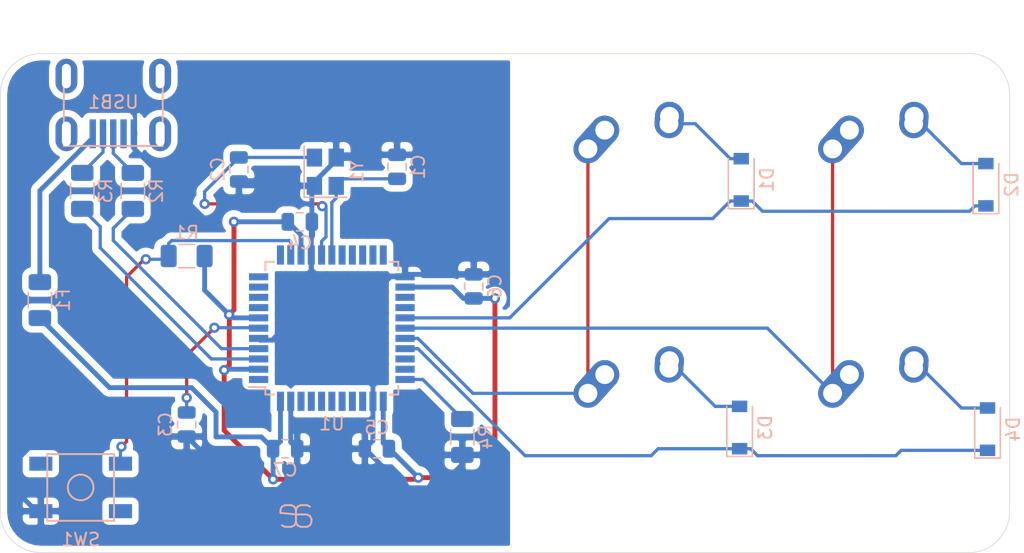
<source format=kicad_pcb>
(kicad_pcb (version 20171130) (host pcbnew "(5.1.4)-1")

  (general
    (thickness 1.6)
    (drawings 9)
    (tracks 194)
    (zones 0)
    (modules 24)
    (nets 45)
  )

  (page A4)
  (layers
    (0 F.Cu signal)
    (31 B.Cu signal)
    (32 B.Adhes user)
    (33 F.Adhes user)
    (34 B.Paste user)
    (35 F.Paste user)
    (36 B.SilkS user)
    (37 F.SilkS user)
    (38 B.Mask user)
    (39 F.Mask user)
    (40 Dwgs.User user)
    (41 Cmts.User user hide)
    (42 Eco1.User user)
    (43 Eco2.User user)
    (44 Edge.Cuts user)
    (45 Margin user)
    (46 B.CrtYd user)
    (47 F.CrtYd user)
    (48 B.Fab user)
    (49 F.Fab user)
  )

  (setup
    (last_trace_width 0.254)
    (trace_clearance 0.2)
    (zone_clearance 0.508)
    (zone_45_only no)
    (trace_min 0.2)
    (via_size 0.8)
    (via_drill 0.4)
    (via_min_size 0.4)
    (via_min_drill 0.3)
    (uvia_size 0.3)
    (uvia_drill 0.1)
    (uvias_allowed no)
    (uvia_min_size 0.2)
    (uvia_min_drill 0.1)
    (edge_width 0.05)
    (segment_width 0.2)
    (pcb_text_width 0.3)
    (pcb_text_size 1.5 1.5)
    (mod_edge_width 0.12)
    (mod_text_size 1 1)
    (mod_text_width 0.15)
    (pad_size 1.524 1.524)
    (pad_drill 0.762)
    (pad_to_mask_clearance 0.051)
    (solder_mask_min_width 0.25)
    (aux_axis_origin 0 0)
    (visible_elements 7FFFFFFF)
    (pcbplotparams
      (layerselection 0x010fc_ffffffff)
      (usegerberextensions false)
      (usegerberattributes false)
      (usegerberadvancedattributes false)
      (creategerberjobfile false)
      (excludeedgelayer true)
      (linewidth 0.100000)
      (plotframeref false)
      (viasonmask false)
      (mode 1)
      (useauxorigin false)
      (hpglpennumber 1)
      (hpglpenspeed 20)
      (hpglpendiameter 15.000000)
      (psnegative false)
      (psa4output false)
      (plotreference true)
      (plotvalue true)
      (plotinvisibletext false)
      (padsonsilk false)
      (subtractmaskfromsilk false)
      (outputformat 1)
      (mirror false)
      (drillshape 1)
      (scaleselection 1)
      (outputdirectory ""))
  )

  (net 0 "")
  (net 1 GND)
  (net 2 "Net-(C1-Pad1)")
  (net 3 "Net-(C2-Pad1)")
  (net 4 "Net-(C3-Pad1)")
  (net 5 +5V)
  (net 6 "Net-(D1-Pad2)")
  (net 7 ROW0)
  (net 8 "Net-(D2-Pad2)")
  (net 9 "Net-(D3-Pad2)")
  (net 10 ROW1)
  (net 11 "Net-(D4-Pad2)")
  (net 12 VCC)
  (net 13 COL0)
  (net 14 COL1)
  (net 15 "Net-(R1-Pad2)")
  (net 16 D+)
  (net 17 "Net-(R2-Pad1)")
  (net 18 D-)
  (net 19 "Net-(R3-Pad1)")
  (net 20 "Net-(R4-Pad2)")
  (net 21 "Net-(U1-Pad42)")
  (net 22 "Net-(U1-Pad41)")
  (net 23 "Net-(U1-Pad40)")
  (net 24 "Net-(U1-Pad39)")
  (net 25 "Net-(U1-Pad38)")
  (net 26 "Net-(U1-Pad37)")
  (net 27 "Net-(U1-Pad36)")
  (net 28 "Net-(U1-Pad32)")
  (net 29 "Net-(U1-Pad31)")
  (net 30 "Net-(U1-Pad26)")
  (net 31 "Net-(U1-Pad25)")
  (net 32 "Net-(U1-Pad22)")
  (net 33 "Net-(U1-Pad21)")
  (net 34 "Net-(U1-Pad20)")
  (net 35 "Net-(U1-Pad19)")
  (net 36 "Net-(U1-Pad18)")
  (net 37 "Net-(U1-Pad12)")
  (net 38 "Net-(U1-Pad11)")
  (net 39 "Net-(U1-Pad10)")
  (net 40 "Net-(U1-Pad9)")
  (net 41 "Net-(U1-Pad8)")
  (net 42 "Net-(U1-Pad1)")
  (net 43 "Net-(USB1-Pad6)")
  (net 44 "Net-(USB1-Pad2)")

  (net_class Default "This is the default net class."
    (clearance 0.2)
    (trace_width 0.254)
    (via_dia 0.8)
    (via_drill 0.4)
    (uvia_dia 0.3)
    (uvia_drill 0.1)
    (add_net COL0)
    (add_net COL1)
    (add_net D+)
    (add_net D-)
    (add_net "Net-(C1-Pad1)")
    (add_net "Net-(C2-Pad1)")
    (add_net "Net-(C3-Pad1)")
    (add_net "Net-(D1-Pad2)")
    (add_net "Net-(D2-Pad2)")
    (add_net "Net-(D3-Pad2)")
    (add_net "Net-(D4-Pad2)")
    (add_net "Net-(R1-Pad2)")
    (add_net "Net-(R2-Pad1)")
    (add_net "Net-(R3-Pad1)")
    (add_net "Net-(R4-Pad2)")
    (add_net "Net-(U1-Pad1)")
    (add_net "Net-(U1-Pad10)")
    (add_net "Net-(U1-Pad11)")
    (add_net "Net-(U1-Pad12)")
    (add_net "Net-(U1-Pad18)")
    (add_net "Net-(U1-Pad19)")
    (add_net "Net-(U1-Pad20)")
    (add_net "Net-(U1-Pad21)")
    (add_net "Net-(U1-Pad22)")
    (add_net "Net-(U1-Pad25)")
    (add_net "Net-(U1-Pad26)")
    (add_net "Net-(U1-Pad31)")
    (add_net "Net-(U1-Pad32)")
    (add_net "Net-(U1-Pad36)")
    (add_net "Net-(U1-Pad37)")
    (add_net "Net-(U1-Pad38)")
    (add_net "Net-(U1-Pad39)")
    (add_net "Net-(U1-Pad40)")
    (add_net "Net-(U1-Pad41)")
    (add_net "Net-(U1-Pad42)")
    (add_net "Net-(U1-Pad8)")
    (add_net "Net-(U1-Pad9)")
    (add_net "Net-(USB1-Pad2)")
    (add_net "Net-(USB1-Pad6)")
    (add_net ROW0)
    (add_net ROW1)
  )

  (net_class Power ""
    (clearance 0.2)
    (trace_width 0.381)
    (via_dia 0.8)
    (via_drill 0.4)
    (uvia_dia 0.3)
    (uvia_drill 0.1)
    (add_net +5V)
    (add_net GND)
    (add_net VCC)
  )

  (module Crystal:Crystal_SMD_3225-4Pin_3.2x2.5mm (layer B.Cu) (tedit 5A0FD1B2) (tstamp 603EC8D6)
    (at 113.411 90.96375 90)
    (descr "SMD Crystal SERIES SMD3225/4 http://www.txccrystal.com/images/pdf/7m-accuracy.pdf, 3.2x2.5mm^2 package")
    (tags "SMD SMT crystal")
    (path /603F8079)
    (attr smd)
    (fp_text reference Y1 (at 0 2.45 90) (layer B.SilkS)
      (effects (font (size 1 1) (thickness 0.15)) (justify mirror))
    )
    (fp_text value 16MHz (at 0 -2.45 90) (layer B.Fab)
      (effects (font (size 1 1) (thickness 0.15)) (justify mirror))
    )
    (fp_line (start 2.1 1.7) (end -2.1 1.7) (layer B.CrtYd) (width 0.05))
    (fp_line (start 2.1 -1.7) (end 2.1 1.7) (layer B.CrtYd) (width 0.05))
    (fp_line (start -2.1 -1.7) (end 2.1 -1.7) (layer B.CrtYd) (width 0.05))
    (fp_line (start -2.1 1.7) (end -2.1 -1.7) (layer B.CrtYd) (width 0.05))
    (fp_line (start -2 -1.65) (end 2 -1.65) (layer B.SilkS) (width 0.12))
    (fp_line (start -2 1.65) (end -2 -1.65) (layer B.SilkS) (width 0.12))
    (fp_line (start -1.6 -0.25) (end -0.6 -1.25) (layer B.Fab) (width 0.1))
    (fp_line (start 1.6 1.25) (end -1.6 1.25) (layer B.Fab) (width 0.1))
    (fp_line (start 1.6 -1.25) (end 1.6 1.25) (layer B.Fab) (width 0.1))
    (fp_line (start -1.6 -1.25) (end 1.6 -1.25) (layer B.Fab) (width 0.1))
    (fp_line (start -1.6 1.25) (end -1.6 -1.25) (layer B.Fab) (width 0.1))
    (fp_text user %R (at 0 0 90) (layer B.Fab)
      (effects (font (size 0.7 0.7) (thickness 0.105)) (justify mirror))
    )
    (pad 4 smd rect (at -1.1 0.85 90) (size 1.4 1.2) (layers B.Cu B.Paste B.Mask)
      (net 2 "Net-(C1-Pad1)"))
    (pad 3 smd rect (at 1.1 0.85 90) (size 1.4 1.2) (layers B.Cu B.Paste B.Mask)
      (net 1 GND))
    (pad 2 smd rect (at 1.1 -0.85 90) (size 1.4 1.2) (layers B.Cu B.Paste B.Mask)
      (net 3 "Net-(C2-Pad1)"))
    (pad 1 smd rect (at -1.1 -0.85 90) (size 1.4 1.2) (layers B.Cu B.Paste B.Mask)
      (net 1 GND))
    (model ${KISYS3DMOD}/Crystal.3dshapes/Crystal_SMD_3225-4Pin_3.2x2.5mm.wrl
      (at (xyz 0 0 0))
      (scale (xyz 1 1 1))
      (rotate (xyz 0 0 0))
    )
  )

  (module random-keyboard-parts:Molex-0548190589 (layer B.Cu) (tedit 5C494815) (tstamp 603E8F19)
    (at 96.901 83.511 270)
    (path /604599F0)
    (attr smd)
    (fp_text reference USB1 (at 2.032 0) (layer B.SilkS)
      (effects (font (size 1 1) (thickness 0.15)) (justify mirror))
    )
    (fp_text value Molex-0548190589 (at -5.08 0) (layer Dwgs.User)
      (effects (font (size 1 1) (thickness 0.15)))
    )
    (fp_text user %R (at 2 0) (layer B.CrtYd)
      (effects (font (size 1 1) (thickness 0.15)) (justify mirror))
    )
    (fp_line (start 3.25 1.25) (end 5.5 1.25) (layer B.CrtYd) (width 0.15))
    (fp_line (start 5.5 0.5) (end 3.25 0.5) (layer B.CrtYd) (width 0.15))
    (fp_line (start 3.25 -0.5) (end 5.5 -0.5) (layer B.CrtYd) (width 0.15))
    (fp_line (start 5.5 -1.25) (end 3.25 -1.25) (layer B.CrtYd) (width 0.15))
    (fp_line (start 3.25 -2) (end 5.5 -2) (layer B.CrtYd) (width 0.15))
    (fp_line (start 3.25 2) (end 3.25 -2) (layer B.CrtYd) (width 0.15))
    (fp_line (start 5.5 2) (end 3.25 2) (layer B.CrtYd) (width 0.15))
    (fp_line (start -3.75 -3.75) (end -3.75 3.75) (layer B.CrtYd) (width 0.15))
    (fp_line (start 5.5 -3.75) (end -3.75 -3.75) (layer B.CrtYd) (width 0.15))
    (fp_line (start 5.5 3.75) (end 5.5 -3.75) (layer B.CrtYd) (width 0.15))
    (fp_line (start -3.75 3.75) (end 5.5 3.75) (layer B.CrtYd) (width 0.15))
    (fp_line (start 0 3.85) (end 5.45 3.85) (layer B.SilkS) (width 0.15))
    (fp_line (start 0 -3.85) (end 5.45 -3.85) (layer B.SilkS) (width 0.15))
    (fp_line (start 5.45 3.85) (end 5.45 -3.85) (layer B.SilkS) (width 0.15))
    (fp_line (start -3.75 3.85) (end 0 3.85) (layer Dwgs.User) (width 0.15))
    (fp_line (start -3.75 -3.85) (end 0 -3.85) (layer Dwgs.User) (width 0.15))
    (fp_line (start -1.75 4.572) (end -1.75 -4.572) (layer Dwgs.User) (width 0.15))
    (fp_line (start -3.75 3.85) (end -3.75 -3.85) (layer Dwgs.User) (width 0.15))
    (pad 6 thru_hole oval (at 0 3.65 270) (size 2.7 1.7) (drill oval 1.9 0.7) (layers *.Cu *.Mask)
      (net 43 "Net-(USB1-Pad6)"))
    (pad 6 thru_hole oval (at 0 -3.65 270) (size 2.7 1.7) (drill oval 1.9 0.7) (layers *.Cu *.Mask)
      (net 43 "Net-(USB1-Pad6)"))
    (pad 6 thru_hole oval (at 4.5 -3.65 270) (size 2.7 1.7) (drill oval 1.9 0.7) (layers *.Cu *.Mask)
      (net 43 "Net-(USB1-Pad6)"))
    (pad 6 thru_hole oval (at 4.5 3.65 270) (size 2.7 1.7) (drill oval 1.9 0.7) (layers *.Cu *.Mask)
      (net 43 "Net-(USB1-Pad6)"))
    (pad 5 smd rect (at 4.5 1.6 270) (size 2.25 0.5) (layers B.Cu B.Paste B.Mask)
      (net 12 VCC))
    (pad 4 smd rect (at 4.5 0.8 270) (size 2.25 0.5) (layers B.Cu B.Paste B.Mask)
      (net 18 D-))
    (pad 3 smd rect (at 4.5 0 270) (size 2.25 0.5) (layers B.Cu B.Paste B.Mask)
      (net 16 D+))
    (pad 2 smd rect (at 4.5 -0.8 270) (size 2.25 0.5) (layers B.Cu B.Paste B.Mask)
      (net 44 "Net-(USB1-Pad2)"))
    (pad 1 smd rect (at 4.5 -1.6 270) (size 2.25 0.5) (layers B.Cu B.Paste B.Mask)
      (net 1 GND))
  )

  (module Package_QFP:TQFP-44_10x10mm_P0.8mm (layer B.Cu) (tedit 5A02F146) (tstamp 603EC80F)
    (at 113.919 103.15575)
    (descr "44-Lead Plastic Thin Quad Flatpack (PT) - 10x10x1.0 mm Body [TQFP] (see Microchip Packaging Specification 00000049BS.pdf)")
    (tags "QFP 0.8")
    (path /603DB1B5)
    (attr smd)
    (fp_text reference U1 (at 0 7.45) (layer B.SilkS)
      (effects (font (size 1 1) (thickness 0.15)) (justify mirror))
    )
    (fp_text value ATmega32U4-AU (at 0 -7.45) (layer B.Fab)
      (effects (font (size 1 1) (thickness 0.15)) (justify mirror))
    )
    (fp_line (start -5.175 4.6) (end -6.45 4.6) (layer B.SilkS) (width 0.15))
    (fp_line (start 5.175 5.175) (end 4.5 5.175) (layer B.SilkS) (width 0.15))
    (fp_line (start 5.175 -5.175) (end 4.5 -5.175) (layer B.SilkS) (width 0.15))
    (fp_line (start -5.175 -5.175) (end -4.5 -5.175) (layer B.SilkS) (width 0.15))
    (fp_line (start -5.175 5.175) (end -4.5 5.175) (layer B.SilkS) (width 0.15))
    (fp_line (start -5.175 -5.175) (end -5.175 -4.5) (layer B.SilkS) (width 0.15))
    (fp_line (start 5.175 -5.175) (end 5.175 -4.5) (layer B.SilkS) (width 0.15))
    (fp_line (start 5.175 5.175) (end 5.175 4.5) (layer B.SilkS) (width 0.15))
    (fp_line (start -5.175 5.175) (end -5.175 4.6) (layer B.SilkS) (width 0.15))
    (fp_line (start -6.7 -6.7) (end 6.7 -6.7) (layer B.CrtYd) (width 0.05))
    (fp_line (start -6.7 6.7) (end 6.7 6.7) (layer B.CrtYd) (width 0.05))
    (fp_line (start 6.7 6.7) (end 6.7 -6.7) (layer B.CrtYd) (width 0.05))
    (fp_line (start -6.7 6.7) (end -6.7 -6.7) (layer B.CrtYd) (width 0.05))
    (fp_line (start -5 4) (end -4 5) (layer B.Fab) (width 0.15))
    (fp_line (start -5 -5) (end -5 4) (layer B.Fab) (width 0.15))
    (fp_line (start 5 -5) (end -5 -5) (layer B.Fab) (width 0.15))
    (fp_line (start 5 5) (end 5 -5) (layer B.Fab) (width 0.15))
    (fp_line (start -4 5) (end 5 5) (layer B.Fab) (width 0.15))
    (fp_text user %R (at 0 0) (layer B.Fab)
      (effects (font (size 1 1) (thickness 0.15)) (justify mirror))
    )
    (pad 44 smd rect (at -4 5.7 270) (size 1.5 0.55) (layers B.Cu B.Paste B.Mask)
      (net 5 +5V))
    (pad 43 smd rect (at -3.2 5.7 270) (size 1.5 0.55) (layers B.Cu B.Paste B.Mask)
      (net 1 GND))
    (pad 42 smd rect (at -2.4 5.7 270) (size 1.5 0.55) (layers B.Cu B.Paste B.Mask)
      (net 21 "Net-(U1-Pad42)"))
    (pad 41 smd rect (at -1.6 5.7 270) (size 1.5 0.55) (layers B.Cu B.Paste B.Mask)
      (net 22 "Net-(U1-Pad41)"))
    (pad 40 smd rect (at -0.8 5.7 270) (size 1.5 0.55) (layers B.Cu B.Paste B.Mask)
      (net 23 "Net-(U1-Pad40)"))
    (pad 39 smd rect (at 0 5.7 270) (size 1.5 0.55) (layers B.Cu B.Paste B.Mask)
      (net 24 "Net-(U1-Pad39)"))
    (pad 38 smd rect (at 0.8 5.7 270) (size 1.5 0.55) (layers B.Cu B.Paste B.Mask)
      (net 25 "Net-(U1-Pad38)"))
    (pad 37 smd rect (at 1.6 5.7 270) (size 1.5 0.55) (layers B.Cu B.Paste B.Mask)
      (net 26 "Net-(U1-Pad37)"))
    (pad 36 smd rect (at 2.4 5.7 270) (size 1.5 0.55) (layers B.Cu B.Paste B.Mask)
      (net 27 "Net-(U1-Pad36)"))
    (pad 35 smd rect (at 3.2 5.7 270) (size 1.5 0.55) (layers B.Cu B.Paste B.Mask)
      (net 1 GND))
    (pad 34 smd rect (at 4 5.7 270) (size 1.5 0.55) (layers B.Cu B.Paste B.Mask)
      (net 5 +5V))
    (pad 33 smd rect (at 5.7 4) (size 1.5 0.55) (layers B.Cu B.Paste B.Mask)
      (net 20 "Net-(R4-Pad2)"))
    (pad 32 smd rect (at 5.7 3.2) (size 1.5 0.55) (layers B.Cu B.Paste B.Mask)
      (net 28 "Net-(U1-Pad32)"))
    (pad 31 smd rect (at 5.7 2.4) (size 1.5 0.55) (layers B.Cu B.Paste B.Mask)
      (net 29 "Net-(U1-Pad31)"))
    (pad 30 smd rect (at 5.7 1.6) (size 1.5 0.55) (layers B.Cu B.Paste B.Mask)
      (net 10 ROW1))
    (pad 29 smd rect (at 5.7 0.8) (size 1.5 0.55) (layers B.Cu B.Paste B.Mask)
      (net 13 COL0))
    (pad 28 smd rect (at 5.7 0) (size 1.5 0.55) (layers B.Cu B.Paste B.Mask)
      (net 14 COL1))
    (pad 27 smd rect (at 5.7 -0.8) (size 1.5 0.55) (layers B.Cu B.Paste B.Mask)
      (net 7 ROW0))
    (pad 26 smd rect (at 5.7 -1.6) (size 1.5 0.55) (layers B.Cu B.Paste B.Mask)
      (net 30 "Net-(U1-Pad26)"))
    (pad 25 smd rect (at 5.7 -2.4) (size 1.5 0.55) (layers B.Cu B.Paste B.Mask)
      (net 31 "Net-(U1-Pad25)"))
    (pad 24 smd rect (at 5.7 -3.2) (size 1.5 0.55) (layers B.Cu B.Paste B.Mask)
      (net 5 +5V))
    (pad 23 smd rect (at 5.7 -4) (size 1.5 0.55) (layers B.Cu B.Paste B.Mask)
      (net 1 GND))
    (pad 22 smd rect (at 4 -5.7 270) (size 1.5 0.55) (layers B.Cu B.Paste B.Mask)
      (net 32 "Net-(U1-Pad22)"))
    (pad 21 smd rect (at 3.2 -5.7 270) (size 1.5 0.55) (layers B.Cu B.Paste B.Mask)
      (net 33 "Net-(U1-Pad21)"))
    (pad 20 smd rect (at 2.4 -5.7 270) (size 1.5 0.55) (layers B.Cu B.Paste B.Mask)
      (net 34 "Net-(U1-Pad20)"))
    (pad 19 smd rect (at 1.6 -5.7 270) (size 1.5 0.55) (layers B.Cu B.Paste B.Mask)
      (net 35 "Net-(U1-Pad19)"))
    (pad 18 smd rect (at 0.8 -5.7 270) (size 1.5 0.55) (layers B.Cu B.Paste B.Mask)
      (net 36 "Net-(U1-Pad18)"))
    (pad 17 smd rect (at 0 -5.7 270) (size 1.5 0.55) (layers B.Cu B.Paste B.Mask)
      (net 2 "Net-(C1-Pad1)"))
    (pad 16 smd rect (at -0.8 -5.7 270) (size 1.5 0.55) (layers B.Cu B.Paste B.Mask)
      (net 3 "Net-(C2-Pad1)"))
    (pad 15 smd rect (at -1.6 -5.7 270) (size 1.5 0.55) (layers B.Cu B.Paste B.Mask)
      (net 1 GND))
    (pad 14 smd rect (at -2.4 -5.7 270) (size 1.5 0.55) (layers B.Cu B.Paste B.Mask)
      (net 5 +5V))
    (pad 13 smd rect (at -3.2 -5.7 270) (size 1.5 0.55) (layers B.Cu B.Paste B.Mask)
      (net 15 "Net-(R1-Pad2)"))
    (pad 12 smd rect (at -4 -5.7 270) (size 1.5 0.55) (layers B.Cu B.Paste B.Mask)
      (net 37 "Net-(U1-Pad12)"))
    (pad 11 smd rect (at -5.7 -4) (size 1.5 0.55) (layers B.Cu B.Paste B.Mask)
      (net 38 "Net-(U1-Pad11)"))
    (pad 10 smd rect (at -5.7 -3.2) (size 1.5 0.55) (layers B.Cu B.Paste B.Mask)
      (net 39 "Net-(U1-Pad10)"))
    (pad 9 smd rect (at -5.7 -2.4) (size 1.5 0.55) (layers B.Cu B.Paste B.Mask)
      (net 40 "Net-(U1-Pad9)"))
    (pad 8 smd rect (at -5.7 -1.6) (size 1.5 0.55) (layers B.Cu B.Paste B.Mask)
      (net 41 "Net-(U1-Pad8)"))
    (pad 7 smd rect (at -5.7 -0.8) (size 1.5 0.55) (layers B.Cu B.Paste B.Mask)
      (net 5 +5V))
    (pad 6 smd rect (at -5.7 0) (size 1.5 0.55) (layers B.Cu B.Paste B.Mask)
      (net 4 "Net-(C3-Pad1)"))
    (pad 5 smd rect (at -5.7 0.8) (size 1.5 0.55) (layers B.Cu B.Paste B.Mask)
      (net 1 GND))
    (pad 4 smd rect (at -5.7 1.6) (size 1.5 0.55) (layers B.Cu B.Paste B.Mask)
      (net 17 "Net-(R2-Pad1)"))
    (pad 3 smd rect (at -5.7 2.4) (size 1.5 0.55) (layers B.Cu B.Paste B.Mask)
      (net 19 "Net-(R3-Pad1)"))
    (pad 2 smd rect (at -5.7 3.2) (size 1.5 0.55) (layers B.Cu B.Paste B.Mask)
      (net 5 +5V))
    (pad 1 smd rect (at -5.7 4) (size 1.5 0.55) (layers B.Cu B.Paste B.Mask)
      (net 42 "Net-(U1-Pad1)"))
    (model ${KISYS3DMOD}/Package_QFP.3dshapes/TQFP-44_10x10mm_P0.8mm.wrl
      (at (xyz 0 0 0))
      (scale (xyz 1 1 1))
      (rotate (xyz 0 0 0))
    )
  )

  (module random-keyboard-parts:SKQG-1155865 (layer B.Cu) (tedit 5E62B398) (tstamp 603E8EB6)
    (at 94.361 115.57 180)
    (path /60405D45)
    (attr smd)
    (fp_text reference SW1 (at 0 -4.064) (layer B.SilkS)
      (effects (font (size 1 1) (thickness 0.15)) (justify mirror))
    )
    (fp_text value SW_Push (at 0 4.064) (layer B.Fab)
      (effects (font (size 1 1) (thickness 0.15)) (justify mirror))
    )
    (fp_line (start -2.6 2.6) (end 2.6 2.6) (layer B.SilkS) (width 0.15))
    (fp_line (start 2.6 2.6) (end 2.6 -2.6) (layer B.SilkS) (width 0.15))
    (fp_line (start 2.6 -2.6) (end -2.6 -2.6) (layer B.SilkS) (width 0.15))
    (fp_line (start -2.6 -2.6) (end -2.6 2.6) (layer B.SilkS) (width 0.15))
    (fp_circle (center 0 0) (end 1 0) (layer B.SilkS) (width 0.15))
    (fp_line (start -4.2 2.6) (end 4.2 2.6) (layer B.Fab) (width 0.15))
    (fp_line (start 4.2 2.6) (end 4.2 1.2) (layer B.Fab) (width 0.15))
    (fp_line (start 4.2 1.1) (end 2.6 1.1) (layer B.Fab) (width 0.15))
    (fp_line (start 2.6 1.1) (end 2.6 -1.1) (layer B.Fab) (width 0.15))
    (fp_line (start 2.6 -1.1) (end 4.2 -1.1) (layer B.Fab) (width 0.15))
    (fp_line (start 4.2 -1.1) (end 4.2 -2.6) (layer B.Fab) (width 0.15))
    (fp_line (start 4.2 -2.6) (end -4.2 -2.6) (layer B.Fab) (width 0.15))
    (fp_line (start -4.2 -2.6) (end -4.2 -1.1) (layer B.Fab) (width 0.15))
    (fp_line (start -4.2 -1.1) (end -2.6 -1.1) (layer B.Fab) (width 0.15))
    (fp_line (start -2.6 -1.1) (end -2.6 1.1) (layer B.Fab) (width 0.15))
    (fp_line (start -2.6 1.1) (end -4.2 1.1) (layer B.Fab) (width 0.15))
    (fp_line (start -4.2 1.1) (end -4.2 2.6) (layer B.Fab) (width 0.15))
    (fp_circle (center 0 0) (end 1 0) (layer B.Fab) (width 0.15))
    (fp_line (start -2.6 1.1) (end -1.1 2.6) (layer B.Fab) (width 0.15))
    (fp_line (start 2.6 1.1) (end 1.1 2.6) (layer B.Fab) (width 0.15))
    (fp_line (start 2.6 -1.1) (end 1.1 -2.6) (layer B.Fab) (width 0.15))
    (fp_line (start -2.6 -1.1) (end -1.1 -2.6) (layer B.Fab) (width 0.15))
    (pad 4 smd rect (at -3.1 -1.85 180) (size 1.8 1.1) (layers B.Cu B.Paste B.Mask))
    (pad 3 smd rect (at 3.1 1.85 180) (size 1.8 1.1) (layers B.Cu B.Paste B.Mask))
    (pad 2 smd rect (at -3.1 1.85 180) (size 1.8 1.1) (layers B.Cu B.Paste B.Mask)
      (net 15 "Net-(R1-Pad2)"))
    (pad 1 smd rect (at 3.1 -1.85 180) (size 1.8 1.1) (layers B.Cu B.Paste B.Mask)
      (net 1 GND))
    (model ${KISYS3DMOD}/Button_Switch_SMD.3dshapes/SW_SPST_TL3342.step
      (at (xyz 0 0 0))
      (scale (xyz 1 1 1))
      (rotate (xyz 0 0 0))
    )
  )

  (module Resistor_SMD:R_1206_3216Metric (layer B.Cu) (tedit 5B301BBD) (tstamp 603E8E98)
    (at 124.079 111.636 90)
    (descr "Resistor SMD 1206 (3216 Metric), square (rectangular) end terminal, IPC_7351 nominal, (Body size source: http://www.tortai-tech.com/upload/download/2011102023233369053.pdf), generated with kicad-footprint-generator")
    (tags resistor)
    (path /603E3D4B)
    (attr smd)
    (fp_text reference R4 (at 0 1.82 270) (layer B.SilkS)
      (effects (font (size 1 1) (thickness 0.15)) (justify mirror))
    )
    (fp_text value 10k (at 0 -1.82 270) (layer B.Fab)
      (effects (font (size 1 1) (thickness 0.15)) (justify mirror))
    )
    (fp_text user %R (at 0 0 270) (layer B.Fab)
      (effects (font (size 0.8 0.8) (thickness 0.12)) (justify mirror))
    )
    (fp_line (start 2.28 -1.12) (end -2.28 -1.12) (layer B.CrtYd) (width 0.05))
    (fp_line (start 2.28 1.12) (end 2.28 -1.12) (layer B.CrtYd) (width 0.05))
    (fp_line (start -2.28 1.12) (end 2.28 1.12) (layer B.CrtYd) (width 0.05))
    (fp_line (start -2.28 -1.12) (end -2.28 1.12) (layer B.CrtYd) (width 0.05))
    (fp_line (start -0.602064 -0.91) (end 0.602064 -0.91) (layer B.SilkS) (width 0.12))
    (fp_line (start -0.602064 0.91) (end 0.602064 0.91) (layer B.SilkS) (width 0.12))
    (fp_line (start 1.6 -0.8) (end -1.6 -0.8) (layer B.Fab) (width 0.1))
    (fp_line (start 1.6 0.8) (end 1.6 -0.8) (layer B.Fab) (width 0.1))
    (fp_line (start -1.6 0.8) (end 1.6 0.8) (layer B.Fab) (width 0.1))
    (fp_line (start -1.6 -0.8) (end -1.6 0.8) (layer B.Fab) (width 0.1))
    (pad 2 smd roundrect (at 1.4 0 90) (size 1.25 1.75) (layers B.Cu B.Paste B.Mask) (roundrect_rratio 0.2)
      (net 20 "Net-(R4-Pad2)"))
    (pad 1 smd roundrect (at -1.4 0 90) (size 1.25 1.75) (layers B.Cu B.Paste B.Mask) (roundrect_rratio 0.2)
      (net 1 GND))
    (model ${KISYS3DMOD}/Resistor_SMD.3dshapes/R_1206_3216Metric.wrl
      (at (xyz 0 0 0))
      (scale (xyz 1 1 1))
      (rotate (xyz 0 0 0))
    )
  )

  (module Resistor_SMD:R_1206_3216Metric (layer B.Cu) (tedit 5B301BBD) (tstamp 603E8E87)
    (at 94.488 92.453 90)
    (descr "Resistor SMD 1206 (3216 Metric), square (rectangular) end terminal, IPC_7351 nominal, (Body size source: http://www.tortai-tech.com/upload/download/2011102023233369053.pdf), generated with kicad-footprint-generator")
    (tags resistor)
    (path /603EB489)
    (attr smd)
    (fp_text reference R3 (at 0 1.82 90) (layer B.SilkS)
      (effects (font (size 1 1) (thickness 0.15)) (justify mirror))
    )
    (fp_text value 22 (at 0 -1.82 90) (layer B.Fab)
      (effects (font (size 1 1) (thickness 0.15)) (justify mirror))
    )
    (fp_text user %R (at 0 0 90) (layer B.Fab)
      (effects (font (size 0.8 0.8) (thickness 0.12)) (justify mirror))
    )
    (fp_line (start 2.28 -1.12) (end -2.28 -1.12) (layer B.CrtYd) (width 0.05))
    (fp_line (start 2.28 1.12) (end 2.28 -1.12) (layer B.CrtYd) (width 0.05))
    (fp_line (start -2.28 1.12) (end 2.28 1.12) (layer B.CrtYd) (width 0.05))
    (fp_line (start -2.28 -1.12) (end -2.28 1.12) (layer B.CrtYd) (width 0.05))
    (fp_line (start -0.602064 -0.91) (end 0.602064 -0.91) (layer B.SilkS) (width 0.12))
    (fp_line (start -0.602064 0.91) (end 0.602064 0.91) (layer B.SilkS) (width 0.12))
    (fp_line (start 1.6 -0.8) (end -1.6 -0.8) (layer B.Fab) (width 0.1))
    (fp_line (start 1.6 0.8) (end 1.6 -0.8) (layer B.Fab) (width 0.1))
    (fp_line (start -1.6 0.8) (end 1.6 0.8) (layer B.Fab) (width 0.1))
    (fp_line (start -1.6 -0.8) (end -1.6 0.8) (layer B.Fab) (width 0.1))
    (pad 2 smd roundrect (at 1.4 0 90) (size 1.25 1.75) (layers B.Cu B.Paste B.Mask) (roundrect_rratio 0.2)
      (net 18 D-))
    (pad 1 smd roundrect (at -1.4 0 90) (size 1.25 1.75) (layers B.Cu B.Paste B.Mask) (roundrect_rratio 0.2)
      (net 19 "Net-(R3-Pad1)"))
    (model ${KISYS3DMOD}/Resistor_SMD.3dshapes/R_1206_3216Metric.wrl
      (at (xyz 0 0 0))
      (scale (xyz 1 1 1))
      (rotate (xyz 0 0 0))
    )
  )

  (module Resistor_SMD:R_1206_3216Metric (layer B.Cu) (tedit 5B301BBD) (tstamp 603EDCC4)
    (at 98.425 92.459 90)
    (descr "Resistor SMD 1206 (3216 Metric), square (rectangular) end terminal, IPC_7351 nominal, (Body size source: http://www.tortai-tech.com/upload/download/2011102023233369053.pdf), generated with kicad-footprint-generator")
    (tags resistor)
    (path /603E8240)
    (attr smd)
    (fp_text reference R2 (at 0 1.82 90) (layer B.SilkS)
      (effects (font (size 1 1) (thickness 0.15)) (justify mirror))
    )
    (fp_text value 22 (at 0 -1.82 90) (layer B.Fab)
      (effects (font (size 1 1) (thickness 0.15)) (justify mirror))
    )
    (fp_text user %R (at 0 0 90) (layer B.Fab)
      (effects (font (size 0.8 0.8) (thickness 0.12)) (justify mirror))
    )
    (fp_line (start 2.28 -1.12) (end -2.28 -1.12) (layer B.CrtYd) (width 0.05))
    (fp_line (start 2.28 1.12) (end 2.28 -1.12) (layer B.CrtYd) (width 0.05))
    (fp_line (start -2.28 1.12) (end 2.28 1.12) (layer B.CrtYd) (width 0.05))
    (fp_line (start -2.28 -1.12) (end -2.28 1.12) (layer B.CrtYd) (width 0.05))
    (fp_line (start -0.602064 -0.91) (end 0.602064 -0.91) (layer B.SilkS) (width 0.12))
    (fp_line (start -0.602064 0.91) (end 0.602064 0.91) (layer B.SilkS) (width 0.12))
    (fp_line (start 1.6 -0.8) (end -1.6 -0.8) (layer B.Fab) (width 0.1))
    (fp_line (start 1.6 0.8) (end 1.6 -0.8) (layer B.Fab) (width 0.1))
    (fp_line (start -1.6 0.8) (end 1.6 0.8) (layer B.Fab) (width 0.1))
    (fp_line (start -1.6 -0.8) (end -1.6 0.8) (layer B.Fab) (width 0.1))
    (pad 2 smd roundrect (at 1.4 0 90) (size 1.25 1.75) (layers B.Cu B.Paste B.Mask) (roundrect_rratio 0.2)
      (net 16 D+))
    (pad 1 smd roundrect (at -1.4 0 90) (size 1.25 1.75) (layers B.Cu B.Paste B.Mask) (roundrect_rratio 0.2)
      (net 17 "Net-(R2-Pad1)"))
    (model ${KISYS3DMOD}/Resistor_SMD.3dshapes/R_1206_3216Metric.wrl
      (at (xyz 0 0 0))
      (scale (xyz 1 1 1))
      (rotate (xyz 0 0 0))
    )
  )

  (module Resistor_SMD:R_1206_3216Metric (layer B.Cu) (tedit 5B301BBD) (tstamp 603ED04C)
    (at 102.613 97.536 180)
    (descr "Resistor SMD 1206 (3216 Metric), square (rectangular) end terminal, IPC_7351 nominal, (Body size source: http://www.tortai-tech.com/upload/download/2011102023233369053.pdf), generated with kicad-footprint-generator")
    (tags resistor)
    (path /6040F3F8)
    (attr smd)
    (fp_text reference R1 (at 0 1.82) (layer B.SilkS)
      (effects (font (size 1 1) (thickness 0.15)) (justify mirror))
    )
    (fp_text value 10k (at 0 -1.82) (layer B.Fab)
      (effects (font (size 1 1) (thickness 0.15)) (justify mirror))
    )
    (fp_text user %R (at 0 0) (layer B.Fab)
      (effects (font (size 0.8 0.8) (thickness 0.12)) (justify mirror))
    )
    (fp_line (start 2.28 -1.12) (end -2.28 -1.12) (layer B.CrtYd) (width 0.05))
    (fp_line (start 2.28 1.12) (end 2.28 -1.12) (layer B.CrtYd) (width 0.05))
    (fp_line (start -2.28 1.12) (end 2.28 1.12) (layer B.CrtYd) (width 0.05))
    (fp_line (start -2.28 -1.12) (end -2.28 1.12) (layer B.CrtYd) (width 0.05))
    (fp_line (start -0.602064 -0.91) (end 0.602064 -0.91) (layer B.SilkS) (width 0.12))
    (fp_line (start -0.602064 0.91) (end 0.602064 0.91) (layer B.SilkS) (width 0.12))
    (fp_line (start 1.6 -0.8) (end -1.6 -0.8) (layer B.Fab) (width 0.1))
    (fp_line (start 1.6 0.8) (end 1.6 -0.8) (layer B.Fab) (width 0.1))
    (fp_line (start -1.6 0.8) (end 1.6 0.8) (layer B.Fab) (width 0.1))
    (fp_line (start -1.6 -0.8) (end -1.6 0.8) (layer B.Fab) (width 0.1))
    (pad 2 smd roundrect (at 1.4 0 180) (size 1.25 1.75) (layers B.Cu B.Paste B.Mask) (roundrect_rratio 0.2)
      (net 15 "Net-(R1-Pad2)"))
    (pad 1 smd roundrect (at -1.4 0 180) (size 1.25 1.75) (layers B.Cu B.Paste B.Mask) (roundrect_rratio 0.2)
      (net 5 +5V))
    (model ${KISYS3DMOD}/Resistor_SMD.3dshapes/R_1206_3216Metric.wrl
      (at (xyz 0 0 0))
      (scale (xyz 1 1 1))
      (rotate (xyz 0 0 0))
    )
  )

  (module MX_Alps_Hybrid:MX-1U-NoLED (layer F.Cu) (tedit 5A9F5203) (tstamp 603EC50D)
    (at 156.718 110.77575)
    (path /60473CCC)
    (fp_text reference MX4 (at 0 3.175) (layer Dwgs.User)
      (effects (font (size 1 1) (thickness 0.15)))
    )
    (fp_text value MX-NoLED (at 0 -7.9375) (layer Dwgs.User)
      (effects (font (size 1 1) (thickness 0.15)))
    )
    (fp_line (start -9.525 9.525) (end -9.525 -9.525) (layer Dwgs.User) (width 0.15))
    (fp_line (start 9.525 9.525) (end -9.525 9.525) (layer Dwgs.User) (width 0.15))
    (fp_line (start 9.525 -9.525) (end 9.525 9.525) (layer Dwgs.User) (width 0.15))
    (fp_line (start -9.525 -9.525) (end 9.525 -9.525) (layer Dwgs.User) (width 0.15))
    (fp_line (start -7 -7) (end -7 -5) (layer Dwgs.User) (width 0.15))
    (fp_line (start -5 -7) (end -7 -7) (layer Dwgs.User) (width 0.15))
    (fp_line (start -7 7) (end -5 7) (layer Dwgs.User) (width 0.15))
    (fp_line (start -7 5) (end -7 7) (layer Dwgs.User) (width 0.15))
    (fp_line (start 7 7) (end 7 5) (layer Dwgs.User) (width 0.15))
    (fp_line (start 5 7) (end 7 7) (layer Dwgs.User) (width 0.15))
    (fp_line (start 7 -7) (end 7 -5) (layer Dwgs.User) (width 0.15))
    (fp_line (start 5 -7) (end 7 -7) (layer Dwgs.User) (width 0.15))
    (pad "" np_thru_hole circle (at 5.08 0 48.0996) (size 1.75 1.75) (drill 1.75) (layers *.Cu *.Mask))
    (pad "" np_thru_hole circle (at -5.08 0 48.0996) (size 1.75 1.75) (drill 1.75) (layers *.Cu *.Mask))
    (pad 1 thru_hole circle (at -2.5 -4) (size 2.25 2.25) (drill 1.47) (layers *.Cu B.Mask)
      (net 14 COL1))
    (pad "" np_thru_hole circle (at 0 0) (size 3.9878 3.9878) (drill 3.9878) (layers *.Cu *.Mask))
    (pad 1 thru_hole oval (at -3.81 -2.54 48.0996) (size 4.211556 2.25) (drill 1.47 (offset 0.980778 0)) (layers *.Cu B.Mask)
      (net 14 COL1))
    (pad 2 thru_hole circle (at 2.54 -5.08) (size 2.25 2.25) (drill 1.47) (layers *.Cu B.Mask)
      (net 11 "Net-(D4-Pad2)"))
    (pad 2 thru_hole oval (at 2.5 -4.5 86.0548) (size 2.831378 2.25) (drill 1.47 (offset 0.290689 0)) (layers *.Cu B.Mask)
      (net 11 "Net-(D4-Pad2)"))
  )

  (module MX_Alps_Hybrid:MX-1U-NoLED (layer F.Cu) (tedit 5A9F5203) (tstamp 603EC942)
    (at 137.668 110.77575)
    (path /604721F5)
    (fp_text reference MX3 (at 0 3.175) (layer Dwgs.User)
      (effects (font (size 1 1) (thickness 0.15)))
    )
    (fp_text value MX-NoLED (at 0 -7.9375) (layer Dwgs.User)
      (effects (font (size 1 1) (thickness 0.15)))
    )
    (fp_line (start -9.525 9.525) (end -9.525 -9.525) (layer Dwgs.User) (width 0.15))
    (fp_line (start 9.525 9.525) (end -9.525 9.525) (layer Dwgs.User) (width 0.15))
    (fp_line (start 9.525 -9.525) (end 9.525 9.525) (layer Dwgs.User) (width 0.15))
    (fp_line (start -9.525 -9.525) (end 9.525 -9.525) (layer Dwgs.User) (width 0.15))
    (fp_line (start -7 -7) (end -7 -5) (layer Dwgs.User) (width 0.15))
    (fp_line (start -5 -7) (end -7 -7) (layer Dwgs.User) (width 0.15))
    (fp_line (start -7 7) (end -5 7) (layer Dwgs.User) (width 0.15))
    (fp_line (start -7 5) (end -7 7) (layer Dwgs.User) (width 0.15))
    (fp_line (start 7 7) (end 7 5) (layer Dwgs.User) (width 0.15))
    (fp_line (start 5 7) (end 7 7) (layer Dwgs.User) (width 0.15))
    (fp_line (start 7 -7) (end 7 -5) (layer Dwgs.User) (width 0.15))
    (fp_line (start 5 -7) (end 7 -7) (layer Dwgs.User) (width 0.15))
    (pad "" np_thru_hole circle (at 5.08 0 48.0996) (size 1.75 1.75) (drill 1.75) (layers *.Cu *.Mask))
    (pad "" np_thru_hole circle (at -5.08 0 48.0996) (size 1.75 1.75) (drill 1.75) (layers *.Cu *.Mask))
    (pad 1 thru_hole circle (at -2.5 -4) (size 2.25 2.25) (drill 1.47) (layers *.Cu B.Mask)
      (net 13 COL0))
    (pad "" np_thru_hole circle (at 0 0) (size 3.9878 3.9878) (drill 3.9878) (layers *.Cu *.Mask))
    (pad 1 thru_hole oval (at -3.81 -2.54 48.0996) (size 4.211556 2.25) (drill 1.47 (offset 0.980778 0)) (layers *.Cu B.Mask)
      (net 13 COL0))
    (pad 2 thru_hole circle (at 2.54 -5.08) (size 2.25 2.25) (drill 1.47) (layers *.Cu B.Mask)
      (net 9 "Net-(D3-Pad2)"))
    (pad 2 thru_hole oval (at 2.5 -4.5 86.0548) (size 2.831378 2.25) (drill 1.47 (offset 0.290689 0)) (layers *.Cu B.Mask)
      (net 9 "Net-(D3-Pad2)"))
  )

  (module MX_Alps_Hybrid:MX-1U-NoLED (layer F.Cu) (tedit 5A9F5203) (tstamp 603EC6B7)
    (at 156.718 91.72575)
    (path /6046FF18)
    (fp_text reference MX2 (at 0 3.175) (layer Dwgs.User)
      (effects (font (size 1 1) (thickness 0.15)))
    )
    (fp_text value MX-NoLED (at 0 -7.9375) (layer Dwgs.User)
      (effects (font (size 1 1) (thickness 0.15)))
    )
    (fp_line (start -9.525 9.525) (end -9.525 -9.525) (layer Dwgs.User) (width 0.15))
    (fp_line (start 9.525 9.525) (end -9.525 9.525) (layer Dwgs.User) (width 0.15))
    (fp_line (start 9.525 -9.525) (end 9.525 9.525) (layer Dwgs.User) (width 0.15))
    (fp_line (start -9.525 -9.525) (end 9.525 -9.525) (layer Dwgs.User) (width 0.15))
    (fp_line (start -7 -7) (end -7 -5) (layer Dwgs.User) (width 0.15))
    (fp_line (start -5 -7) (end -7 -7) (layer Dwgs.User) (width 0.15))
    (fp_line (start -7 7) (end -5 7) (layer Dwgs.User) (width 0.15))
    (fp_line (start -7 5) (end -7 7) (layer Dwgs.User) (width 0.15))
    (fp_line (start 7 7) (end 7 5) (layer Dwgs.User) (width 0.15))
    (fp_line (start 5 7) (end 7 7) (layer Dwgs.User) (width 0.15))
    (fp_line (start 7 -7) (end 7 -5) (layer Dwgs.User) (width 0.15))
    (fp_line (start 5 -7) (end 7 -7) (layer Dwgs.User) (width 0.15))
    (pad "" np_thru_hole circle (at 5.08 0 48.0996) (size 1.75 1.75) (drill 1.75) (layers *.Cu *.Mask))
    (pad "" np_thru_hole circle (at -5.08 0 48.0996) (size 1.75 1.75) (drill 1.75) (layers *.Cu *.Mask))
    (pad 1 thru_hole circle (at -2.5 -4) (size 2.25 2.25) (drill 1.47) (layers *.Cu B.Mask)
      (net 14 COL1))
    (pad "" np_thru_hole circle (at 0 0) (size 3.9878 3.9878) (drill 3.9878) (layers *.Cu *.Mask))
    (pad 1 thru_hole oval (at -3.81 -2.54 48.0996) (size 4.211556 2.25) (drill 1.47 (offset 0.980778 0)) (layers *.Cu B.Mask)
      (net 14 COL1))
    (pad 2 thru_hole circle (at 2.54 -5.08) (size 2.25 2.25) (drill 1.47) (layers *.Cu B.Mask)
      (net 8 "Net-(D2-Pad2)"))
    (pad 2 thru_hole oval (at 2.5 -4.5 86.0548) (size 2.831378 2.25) (drill 1.47 (offset 0.290689 0)) (layers *.Cu B.Mask)
      (net 8 "Net-(D2-Pad2)"))
  )

  (module MX_Alps_Hybrid:MX-1U-NoLED (layer F.Cu) (tedit 5A9F5203) (tstamp 603EC6F9)
    (at 137.668 91.72575)
    (path /604623C4)
    (fp_text reference MX1 (at 0 3.175) (layer Dwgs.User)
      (effects (font (size 1 1) (thickness 0.15)))
    )
    (fp_text value MX-NoLED (at 0 -7.9375) (layer Dwgs.User)
      (effects (font (size 1 1) (thickness 0.15)))
    )
    (fp_line (start -9.525 9.525) (end -9.525 -9.525) (layer Dwgs.User) (width 0.15))
    (fp_line (start 9.525 9.525) (end -9.525 9.525) (layer Dwgs.User) (width 0.15))
    (fp_line (start 9.525 -9.525) (end 9.525 9.525) (layer Dwgs.User) (width 0.15))
    (fp_line (start -9.525 -9.525) (end 9.525 -9.525) (layer Dwgs.User) (width 0.15))
    (fp_line (start -7 -7) (end -7 -5) (layer Dwgs.User) (width 0.15))
    (fp_line (start -5 -7) (end -7 -7) (layer Dwgs.User) (width 0.15))
    (fp_line (start -7 7) (end -5 7) (layer Dwgs.User) (width 0.15))
    (fp_line (start -7 5) (end -7 7) (layer Dwgs.User) (width 0.15))
    (fp_line (start 7 7) (end 7 5) (layer Dwgs.User) (width 0.15))
    (fp_line (start 5 7) (end 7 7) (layer Dwgs.User) (width 0.15))
    (fp_line (start 7 -7) (end 7 -5) (layer Dwgs.User) (width 0.15))
    (fp_line (start 5 -7) (end 7 -7) (layer Dwgs.User) (width 0.15))
    (pad "" np_thru_hole circle (at 5.08 0 48.0996) (size 1.75 1.75) (drill 1.75) (layers *.Cu *.Mask))
    (pad "" np_thru_hole circle (at -5.08 0 48.0996) (size 1.75 1.75) (drill 1.75) (layers *.Cu *.Mask))
    (pad 1 thru_hole circle (at -2.5 -4) (size 2.25 2.25) (drill 1.47) (layers *.Cu B.Mask)
      (net 13 COL0))
    (pad "" np_thru_hole circle (at 0 0) (size 3.9878 3.9878) (drill 3.9878) (layers *.Cu *.Mask))
    (pad 1 thru_hole oval (at -3.81 -2.54 48.0996) (size 4.211556 2.25) (drill 1.47 (offset 0.980778 0)) (layers *.Cu B.Mask)
      (net 13 COL0))
    (pad 2 thru_hole circle (at 2.54 -5.08) (size 2.25 2.25) (drill 1.47) (layers *.Cu B.Mask)
      (net 6 "Net-(D1-Pad2)"))
    (pad 2 thru_hole oval (at 2.5 -4.5 86.0548) (size 2.831378 2.25) (drill 1.47 (offset 0.290689 0)) (layers *.Cu B.Mask)
      (net 6 "Net-(D1-Pad2)"))
  )

  (module Fuse:Fuse_1206_3216Metric (layer B.Cu) (tedit 5B301BBE) (tstamp 603E8DF8)
    (at 91.186 100.968 90)
    (descr "Fuse SMD 1206 (3216 Metric), square (rectangular) end terminal, IPC_7351 nominal, (Body size source: http://www.tortai-tech.com/upload/download/2011102023233369053.pdf), generated with kicad-footprint-generator")
    (tags resistor)
    (path /6045AC86)
    (attr smd)
    (fp_text reference F1 (at 0 1.82 90) (layer B.SilkS)
      (effects (font (size 1 1) (thickness 0.15)) (justify mirror))
    )
    (fp_text value 500mA (at 0 -1.82 90) (layer B.Fab)
      (effects (font (size 1 1) (thickness 0.15)) (justify mirror))
    )
    (fp_text user %R (at 0 0 90) (layer B.Fab)
      (effects (font (size 0.8 0.8) (thickness 0.12)) (justify mirror))
    )
    (fp_line (start 2.28 -1.12) (end -2.28 -1.12) (layer B.CrtYd) (width 0.05))
    (fp_line (start 2.28 1.12) (end 2.28 -1.12) (layer B.CrtYd) (width 0.05))
    (fp_line (start -2.28 1.12) (end 2.28 1.12) (layer B.CrtYd) (width 0.05))
    (fp_line (start -2.28 -1.12) (end -2.28 1.12) (layer B.CrtYd) (width 0.05))
    (fp_line (start -0.602064 -0.91) (end 0.602064 -0.91) (layer B.SilkS) (width 0.12))
    (fp_line (start -0.602064 0.91) (end 0.602064 0.91) (layer B.SilkS) (width 0.12))
    (fp_line (start 1.6 -0.8) (end -1.6 -0.8) (layer B.Fab) (width 0.1))
    (fp_line (start 1.6 0.8) (end 1.6 -0.8) (layer B.Fab) (width 0.1))
    (fp_line (start -1.6 0.8) (end 1.6 0.8) (layer B.Fab) (width 0.1))
    (fp_line (start -1.6 -0.8) (end -1.6 0.8) (layer B.Fab) (width 0.1))
    (pad 2 smd roundrect (at 1.4 0 90) (size 1.25 1.75) (layers B.Cu B.Paste B.Mask) (roundrect_rratio 0.2)
      (net 12 VCC))
    (pad 1 smd roundrect (at -1.4 0 90) (size 1.25 1.75) (layers B.Cu B.Paste B.Mask) (roundrect_rratio 0.2)
      (net 5 +5V))
    (model ${KISYS3DMOD}/Fuse.3dshapes/Fuse_1206_3216Metric.wrl
      (at (xyz 0 0 0))
      (scale (xyz 1 1 1))
      (rotate (xyz 0 0 0))
    )
  )

  (module Diode_SMD:D_SOD-123 (layer B.Cu) (tedit 58645DC7) (tstamp 603EC581)
    (at 164.973 111.02875 90)
    (descr SOD-123)
    (tags SOD-123)
    (path /60473CD2)
    (attr smd)
    (fp_text reference D4 (at 0 2 90) (layer B.SilkS)
      (effects (font (size 1 1) (thickness 0.15)) (justify mirror))
    )
    (fp_text value D_Small (at 0 -2.1 90) (layer B.Fab)
      (effects (font (size 1 1) (thickness 0.15)) (justify mirror))
    )
    (fp_line (start -2.25 1) (end 1.65 1) (layer B.SilkS) (width 0.12))
    (fp_line (start -2.25 -1) (end 1.65 -1) (layer B.SilkS) (width 0.12))
    (fp_line (start -2.35 1.15) (end -2.35 -1.15) (layer B.CrtYd) (width 0.05))
    (fp_line (start 2.35 -1.15) (end -2.35 -1.15) (layer B.CrtYd) (width 0.05))
    (fp_line (start 2.35 1.15) (end 2.35 -1.15) (layer B.CrtYd) (width 0.05))
    (fp_line (start -2.35 1.15) (end 2.35 1.15) (layer B.CrtYd) (width 0.05))
    (fp_line (start -1.4 0.9) (end 1.4 0.9) (layer B.Fab) (width 0.1))
    (fp_line (start 1.4 0.9) (end 1.4 -0.9) (layer B.Fab) (width 0.1))
    (fp_line (start 1.4 -0.9) (end -1.4 -0.9) (layer B.Fab) (width 0.1))
    (fp_line (start -1.4 -0.9) (end -1.4 0.9) (layer B.Fab) (width 0.1))
    (fp_line (start -0.75 0) (end -0.35 0) (layer B.Fab) (width 0.1))
    (fp_line (start -0.35 0) (end -0.35 0.55) (layer B.Fab) (width 0.1))
    (fp_line (start -0.35 0) (end -0.35 -0.55) (layer B.Fab) (width 0.1))
    (fp_line (start -0.35 0) (end 0.25 0.4) (layer B.Fab) (width 0.1))
    (fp_line (start 0.25 0.4) (end 0.25 -0.4) (layer B.Fab) (width 0.1))
    (fp_line (start 0.25 -0.4) (end -0.35 0) (layer B.Fab) (width 0.1))
    (fp_line (start 0.25 0) (end 0.75 0) (layer B.Fab) (width 0.1))
    (fp_line (start -2.25 1) (end -2.25 -1) (layer B.SilkS) (width 0.12))
    (fp_text user %R (at 0 2 90) (layer B.Fab)
      (effects (font (size 1 1) (thickness 0.15)) (justify mirror))
    )
    (pad 2 smd rect (at 1.65 0 90) (size 0.9 1.2) (layers B.Cu B.Paste B.Mask)
      (net 11 "Net-(D4-Pad2)"))
    (pad 1 smd rect (at -1.65 0 90) (size 0.9 1.2) (layers B.Cu B.Paste B.Mask)
      (net 10 ROW1))
    (model ${KISYS3DMOD}/Diode_SMD.3dshapes/D_SOD-123.wrl
      (at (xyz 0 0 0))
      (scale (xyz 1 1 1))
      (rotate (xyz 0 0 0))
    )
  )

  (module Diode_SMD:D_SOD-123 (layer B.Cu) (tedit 58645DC7) (tstamp 603EC5C9)
    (at 145.669 110.90275 90)
    (descr SOD-123)
    (tags SOD-123)
    (path /604721FB)
    (attr smd)
    (fp_text reference D3 (at 0 2 90) (layer B.SilkS)
      (effects (font (size 1 1) (thickness 0.15)) (justify mirror))
    )
    (fp_text value D_Small (at 0 -2.1 90) (layer B.Fab)
      (effects (font (size 1 1) (thickness 0.15)) (justify mirror))
    )
    (fp_line (start -2.25 1) (end 1.65 1) (layer B.SilkS) (width 0.12))
    (fp_line (start -2.25 -1) (end 1.65 -1) (layer B.SilkS) (width 0.12))
    (fp_line (start -2.35 1.15) (end -2.35 -1.15) (layer B.CrtYd) (width 0.05))
    (fp_line (start 2.35 -1.15) (end -2.35 -1.15) (layer B.CrtYd) (width 0.05))
    (fp_line (start 2.35 1.15) (end 2.35 -1.15) (layer B.CrtYd) (width 0.05))
    (fp_line (start -2.35 1.15) (end 2.35 1.15) (layer B.CrtYd) (width 0.05))
    (fp_line (start -1.4 0.9) (end 1.4 0.9) (layer B.Fab) (width 0.1))
    (fp_line (start 1.4 0.9) (end 1.4 -0.9) (layer B.Fab) (width 0.1))
    (fp_line (start 1.4 -0.9) (end -1.4 -0.9) (layer B.Fab) (width 0.1))
    (fp_line (start -1.4 -0.9) (end -1.4 0.9) (layer B.Fab) (width 0.1))
    (fp_line (start -0.75 0) (end -0.35 0) (layer B.Fab) (width 0.1))
    (fp_line (start -0.35 0) (end -0.35 0.55) (layer B.Fab) (width 0.1))
    (fp_line (start -0.35 0) (end -0.35 -0.55) (layer B.Fab) (width 0.1))
    (fp_line (start -0.35 0) (end 0.25 0.4) (layer B.Fab) (width 0.1))
    (fp_line (start 0.25 0.4) (end 0.25 -0.4) (layer B.Fab) (width 0.1))
    (fp_line (start 0.25 -0.4) (end -0.35 0) (layer B.Fab) (width 0.1))
    (fp_line (start 0.25 0) (end 0.75 0) (layer B.Fab) (width 0.1))
    (fp_line (start -2.25 1) (end -2.25 -1) (layer B.SilkS) (width 0.12))
    (fp_text user %R (at 0 2 90) (layer B.Fab)
      (effects (font (size 1 1) (thickness 0.15)) (justify mirror))
    )
    (pad 2 smd rect (at 1.65 0 90) (size 0.9 1.2) (layers B.Cu B.Paste B.Mask)
      (net 9 "Net-(D3-Pad2)"))
    (pad 1 smd rect (at -1.65 0 90) (size 0.9 1.2) (layers B.Cu B.Paste B.Mask)
      (net 10 ROW1))
    (model ${KISYS3DMOD}/Diode_SMD.3dshapes/D_SOD-123.wrl
      (at (xyz 0 0 0))
      (scale (xyz 1 1 1))
      (rotate (xyz 0 0 0))
    )
  )

  (module Diode_SMD:D_SOD-123 (layer B.Cu) (tedit 58645DC7) (tstamp 603EC79D)
    (at 164.846 91.97875 90)
    (descr SOD-123)
    (tags SOD-123)
    (path /6046FF1E)
    (attr smd)
    (fp_text reference D2 (at 0 2 90) (layer B.SilkS)
      (effects (font (size 1 1) (thickness 0.15)) (justify mirror))
    )
    (fp_text value D_Small (at 0 -2.1 90) (layer B.Fab)
      (effects (font (size 1 1) (thickness 0.15)) (justify mirror))
    )
    (fp_line (start -2.25 1) (end 1.65 1) (layer B.SilkS) (width 0.12))
    (fp_line (start -2.25 -1) (end 1.65 -1) (layer B.SilkS) (width 0.12))
    (fp_line (start -2.35 1.15) (end -2.35 -1.15) (layer B.CrtYd) (width 0.05))
    (fp_line (start 2.35 -1.15) (end -2.35 -1.15) (layer B.CrtYd) (width 0.05))
    (fp_line (start 2.35 1.15) (end 2.35 -1.15) (layer B.CrtYd) (width 0.05))
    (fp_line (start -2.35 1.15) (end 2.35 1.15) (layer B.CrtYd) (width 0.05))
    (fp_line (start -1.4 0.9) (end 1.4 0.9) (layer B.Fab) (width 0.1))
    (fp_line (start 1.4 0.9) (end 1.4 -0.9) (layer B.Fab) (width 0.1))
    (fp_line (start 1.4 -0.9) (end -1.4 -0.9) (layer B.Fab) (width 0.1))
    (fp_line (start -1.4 -0.9) (end -1.4 0.9) (layer B.Fab) (width 0.1))
    (fp_line (start -0.75 0) (end -0.35 0) (layer B.Fab) (width 0.1))
    (fp_line (start -0.35 0) (end -0.35 0.55) (layer B.Fab) (width 0.1))
    (fp_line (start -0.35 0) (end -0.35 -0.55) (layer B.Fab) (width 0.1))
    (fp_line (start -0.35 0) (end 0.25 0.4) (layer B.Fab) (width 0.1))
    (fp_line (start 0.25 0.4) (end 0.25 -0.4) (layer B.Fab) (width 0.1))
    (fp_line (start 0.25 -0.4) (end -0.35 0) (layer B.Fab) (width 0.1))
    (fp_line (start 0.25 0) (end 0.75 0) (layer B.Fab) (width 0.1))
    (fp_line (start -2.25 1) (end -2.25 -1) (layer B.SilkS) (width 0.12))
    (fp_text user %R (at 0 2 90) (layer B.Fab)
      (effects (font (size 1 1) (thickness 0.15)) (justify mirror))
    )
    (pad 2 smd rect (at 1.65 0 90) (size 0.9 1.2) (layers B.Cu B.Paste B.Mask)
      (net 8 "Net-(D2-Pad2)"))
    (pad 1 smd rect (at -1.65 0 90) (size 0.9 1.2) (layers B.Cu B.Paste B.Mask)
      (net 7 ROW0))
    (model ${KISYS3DMOD}/Diode_SMD.3dshapes/D_SOD-123.wrl
      (at (xyz 0 0 0))
      (scale (xyz 1 1 1))
      (rotate (xyz 0 0 0))
    )
  )

  (module Diode_SMD:D_SOD-123 (layer B.Cu) (tedit 58645DC7) (tstamp 603EC641)
    (at 145.796 91.59975 90)
    (descr SOD-123)
    (tags SOD-123)
    (path /60464BAF)
    (attr smd)
    (fp_text reference D1 (at 0 2 270) (layer B.SilkS)
      (effects (font (size 1 1) (thickness 0.15)) (justify mirror))
    )
    (fp_text value D_Small (at 0 -2.1 270) (layer B.Fab)
      (effects (font (size 1 1) (thickness 0.15)) (justify mirror))
    )
    (fp_line (start -2.25 1) (end 1.65 1) (layer B.SilkS) (width 0.12))
    (fp_line (start -2.25 -1) (end 1.65 -1) (layer B.SilkS) (width 0.12))
    (fp_line (start -2.35 1.15) (end -2.35 -1.15) (layer B.CrtYd) (width 0.05))
    (fp_line (start 2.35 -1.15) (end -2.35 -1.15) (layer B.CrtYd) (width 0.05))
    (fp_line (start 2.35 1.15) (end 2.35 -1.15) (layer B.CrtYd) (width 0.05))
    (fp_line (start -2.35 1.15) (end 2.35 1.15) (layer B.CrtYd) (width 0.05))
    (fp_line (start -1.4 0.9) (end 1.4 0.9) (layer B.Fab) (width 0.1))
    (fp_line (start 1.4 0.9) (end 1.4 -0.9) (layer B.Fab) (width 0.1))
    (fp_line (start 1.4 -0.9) (end -1.4 -0.9) (layer B.Fab) (width 0.1))
    (fp_line (start -1.4 -0.9) (end -1.4 0.9) (layer B.Fab) (width 0.1))
    (fp_line (start -0.75 0) (end -0.35 0) (layer B.Fab) (width 0.1))
    (fp_line (start -0.35 0) (end -0.35 0.55) (layer B.Fab) (width 0.1))
    (fp_line (start -0.35 0) (end -0.35 -0.55) (layer B.Fab) (width 0.1))
    (fp_line (start -0.35 0) (end 0.25 0.4) (layer B.Fab) (width 0.1))
    (fp_line (start 0.25 0.4) (end 0.25 -0.4) (layer B.Fab) (width 0.1))
    (fp_line (start 0.25 -0.4) (end -0.35 0) (layer B.Fab) (width 0.1))
    (fp_line (start 0.25 0) (end 0.75 0) (layer B.Fab) (width 0.1))
    (fp_line (start -2.25 1) (end -2.25 -1) (layer B.SilkS) (width 0.12))
    (fp_text user %R (at 0 2 270) (layer B.Fab)
      (effects (font (size 1 1) (thickness 0.15)) (justify mirror))
    )
    (pad 2 smd rect (at 1.65 0 90) (size 0.9 1.2) (layers B.Cu B.Paste B.Mask)
      (net 6 "Net-(D1-Pad2)"))
    (pad 1 smd rect (at -1.65 0 90) (size 0.9 1.2) (layers B.Cu B.Paste B.Mask)
      (net 7 ROW0))
    (model ${KISYS3DMOD}/Diode_SMD.3dshapes/D_SOD-123.wrl
      (at (xyz 0 0 0))
      (scale (xyz 1 1 1))
      (rotate (xyz 0 0 0))
    )
  )

  (module Capacitor_SMD:C_0805_2012Metric (layer B.Cu) (tedit 5B36C52B) (tstamp 603EC735)
    (at 110.2845 112.55375)
    (descr "Capacitor SMD 0805 (2012 Metric), square (rectangular) end terminal, IPC_7351 nominal, (Body size source: https://docs.google.com/spreadsheets/d/1BsfQQcO9C6DZCsRaXUlFlo91Tg2WpOkGARC1WS5S8t0/edit?usp=sharing), generated with kicad-footprint-generator")
    (tags capacitor)
    (path /603F34BA)
    (attr smd)
    (fp_text reference C7 (at 0 1.65) (layer B.SilkS)
      (effects (font (size 1 1) (thickness 0.15)) (justify mirror))
    )
    (fp_text value 10uF (at 0 -1.65) (layer B.Fab)
      (effects (font (size 1 1) (thickness 0.15)) (justify mirror))
    )
    (fp_text user %R (at 0 0) (layer B.Fab)
      (effects (font (size 0.5 0.5) (thickness 0.08)) (justify mirror))
    )
    (fp_line (start 1.68 -0.95) (end -1.68 -0.95) (layer B.CrtYd) (width 0.05))
    (fp_line (start 1.68 0.95) (end 1.68 -0.95) (layer B.CrtYd) (width 0.05))
    (fp_line (start -1.68 0.95) (end 1.68 0.95) (layer B.CrtYd) (width 0.05))
    (fp_line (start -1.68 -0.95) (end -1.68 0.95) (layer B.CrtYd) (width 0.05))
    (fp_line (start -0.258578 -0.71) (end 0.258578 -0.71) (layer B.SilkS) (width 0.12))
    (fp_line (start -0.258578 0.71) (end 0.258578 0.71) (layer B.SilkS) (width 0.12))
    (fp_line (start 1 -0.6) (end -1 -0.6) (layer B.Fab) (width 0.1))
    (fp_line (start 1 0.6) (end 1 -0.6) (layer B.Fab) (width 0.1))
    (fp_line (start -1 0.6) (end 1 0.6) (layer B.Fab) (width 0.1))
    (fp_line (start -1 -0.6) (end -1 0.6) (layer B.Fab) (width 0.1))
    (pad 2 smd roundrect (at 0.9375 0) (size 0.975 1.4) (layers B.Cu B.Paste B.Mask) (roundrect_rratio 0.25)
      (net 1 GND))
    (pad 1 smd roundrect (at -0.9375 0) (size 0.975 1.4) (layers B.Cu B.Paste B.Mask) (roundrect_rratio 0.25)
      (net 5 +5V))
    (model ${KISYS3DMOD}/Capacitor_SMD.3dshapes/C_0805_2012Metric.wrl
      (at (xyz 0 0 0))
      (scale (xyz 1 1 1))
      (rotate (xyz 0 0 0))
    )
  )

  (module Capacitor_SMD:C_0805_2012Metric (layer B.Cu) (tedit 5B36C52B) (tstamp 603EC8A3)
    (at 124.968 99.90225 90)
    (descr "Capacitor SMD 0805 (2012 Metric), square (rectangular) end terminal, IPC_7351 nominal, (Body size source: https://docs.google.com/spreadsheets/d/1BsfQQcO9C6DZCsRaXUlFlo91Tg2WpOkGARC1WS5S8t0/edit?usp=sharing), generated with kicad-footprint-generator")
    (tags capacitor)
    (path /603F2F0F)
    (attr smd)
    (fp_text reference C6 (at 0 1.65 270) (layer B.SilkS)
      (effects (font (size 1 1) (thickness 0.15)) (justify mirror))
    )
    (fp_text value .1uF (at 0 -1.65 270) (layer B.Fab)
      (effects (font (size 1 1) (thickness 0.15)) (justify mirror))
    )
    (fp_text user %R (at 0 0 270) (layer B.Fab)
      (effects (font (size 0.5 0.5) (thickness 0.08)) (justify mirror))
    )
    (fp_line (start 1.68 -0.95) (end -1.68 -0.95) (layer B.CrtYd) (width 0.05))
    (fp_line (start 1.68 0.95) (end 1.68 -0.95) (layer B.CrtYd) (width 0.05))
    (fp_line (start -1.68 0.95) (end 1.68 0.95) (layer B.CrtYd) (width 0.05))
    (fp_line (start -1.68 -0.95) (end -1.68 0.95) (layer B.CrtYd) (width 0.05))
    (fp_line (start -0.258578 -0.71) (end 0.258578 -0.71) (layer B.SilkS) (width 0.12))
    (fp_line (start -0.258578 0.71) (end 0.258578 0.71) (layer B.SilkS) (width 0.12))
    (fp_line (start 1 -0.6) (end -1 -0.6) (layer B.Fab) (width 0.1))
    (fp_line (start 1 0.6) (end 1 -0.6) (layer B.Fab) (width 0.1))
    (fp_line (start -1 0.6) (end 1 0.6) (layer B.Fab) (width 0.1))
    (fp_line (start -1 -0.6) (end -1 0.6) (layer B.Fab) (width 0.1))
    (pad 2 smd roundrect (at 0.9375 0 90) (size 0.975 1.4) (layers B.Cu B.Paste B.Mask) (roundrect_rratio 0.25)
      (net 1 GND))
    (pad 1 smd roundrect (at -0.9375 0 90) (size 0.975 1.4) (layers B.Cu B.Paste B.Mask) (roundrect_rratio 0.25)
      (net 5 +5V))
    (model ${KISYS3DMOD}/Capacitor_SMD.3dshapes/C_0805_2012Metric.wrl
      (at (xyz 0 0 0))
      (scale (xyz 1 1 1))
      (rotate (xyz 0 0 0))
    )
  )

  (module Capacitor_SMD:C_0805_2012Metric (layer B.Cu) (tedit 5B36C52B) (tstamp 603EC549)
    (at 117.4265 112.55375 180)
    (descr "Capacitor SMD 0805 (2012 Metric), square (rectangular) end terminal, IPC_7351 nominal, (Body size source: https://docs.google.com/spreadsheets/d/1BsfQQcO9C6DZCsRaXUlFlo91Tg2WpOkGARC1WS5S8t0/edit?usp=sharing), generated with kicad-footprint-generator")
    (tags capacitor)
    (path /603F29CB)
    (attr smd)
    (fp_text reference C5 (at 0 1.65) (layer B.SilkS)
      (effects (font (size 1 1) (thickness 0.15)) (justify mirror))
    )
    (fp_text value .1uF (at 0 -1.65) (layer B.Fab)
      (effects (font (size 1 1) (thickness 0.15)) (justify mirror))
    )
    (fp_text user %R (at 0 0) (layer B.Fab)
      (effects (font (size 0.5 0.5) (thickness 0.08)) (justify mirror))
    )
    (fp_line (start 1.68 -0.95) (end -1.68 -0.95) (layer B.CrtYd) (width 0.05))
    (fp_line (start 1.68 0.95) (end 1.68 -0.95) (layer B.CrtYd) (width 0.05))
    (fp_line (start -1.68 0.95) (end 1.68 0.95) (layer B.CrtYd) (width 0.05))
    (fp_line (start -1.68 -0.95) (end -1.68 0.95) (layer B.CrtYd) (width 0.05))
    (fp_line (start -0.258578 -0.71) (end 0.258578 -0.71) (layer B.SilkS) (width 0.12))
    (fp_line (start -0.258578 0.71) (end 0.258578 0.71) (layer B.SilkS) (width 0.12))
    (fp_line (start 1 -0.6) (end -1 -0.6) (layer B.Fab) (width 0.1))
    (fp_line (start 1 0.6) (end 1 -0.6) (layer B.Fab) (width 0.1))
    (fp_line (start -1 0.6) (end 1 0.6) (layer B.Fab) (width 0.1))
    (fp_line (start -1 -0.6) (end -1 0.6) (layer B.Fab) (width 0.1))
    (pad 2 smd roundrect (at 0.9375 0 180) (size 0.975 1.4) (layers B.Cu B.Paste B.Mask) (roundrect_rratio 0.25)
      (net 1 GND))
    (pad 1 smd roundrect (at -0.9375 0 180) (size 0.975 1.4) (layers B.Cu B.Paste B.Mask) (roundrect_rratio 0.25)
      (net 5 +5V))
    (model ${KISYS3DMOD}/Capacitor_SMD.3dshapes/C_0805_2012Metric.wrl
      (at (xyz 0 0 0))
      (scale (xyz 1 1 1))
      (rotate (xyz 0 0 0))
    )
  )

  (module Capacitor_SMD:C_0805_2012Metric (layer B.Cu) (tedit 5B36C52B) (tstamp 603EC681)
    (at 111.4275 94.869)
    (descr "Capacitor SMD 0805 (2012 Metric), square (rectangular) end terminal, IPC_7351 nominal, (Body size source: https://docs.google.com/spreadsheets/d/1BsfQQcO9C6DZCsRaXUlFlo91Tg2WpOkGARC1WS5S8t0/edit?usp=sharing), generated with kicad-footprint-generator")
    (tags capacitor)
    (path /603F2186)
    (attr smd)
    (fp_text reference C4 (at 0 1.65) (layer B.SilkS)
      (effects (font (size 1 1) (thickness 0.15)) (justify mirror))
    )
    (fp_text value .1uF (at 0 -1.65) (layer B.Fab)
      (effects (font (size 1 1) (thickness 0.15)) (justify mirror))
    )
    (fp_text user %R (at 0 0) (layer B.Fab)
      (effects (font (size 0.5 0.5) (thickness 0.08)) (justify mirror))
    )
    (fp_line (start 1.68 -0.95) (end -1.68 -0.95) (layer B.CrtYd) (width 0.05))
    (fp_line (start 1.68 0.95) (end 1.68 -0.95) (layer B.CrtYd) (width 0.05))
    (fp_line (start -1.68 0.95) (end 1.68 0.95) (layer B.CrtYd) (width 0.05))
    (fp_line (start -1.68 -0.95) (end -1.68 0.95) (layer B.CrtYd) (width 0.05))
    (fp_line (start -0.258578 -0.71) (end 0.258578 -0.71) (layer B.SilkS) (width 0.12))
    (fp_line (start -0.258578 0.71) (end 0.258578 0.71) (layer B.SilkS) (width 0.12))
    (fp_line (start 1 -0.6) (end -1 -0.6) (layer B.Fab) (width 0.1))
    (fp_line (start 1 0.6) (end 1 -0.6) (layer B.Fab) (width 0.1))
    (fp_line (start -1 0.6) (end 1 0.6) (layer B.Fab) (width 0.1))
    (fp_line (start -1 -0.6) (end -1 0.6) (layer B.Fab) (width 0.1))
    (pad 2 smd roundrect (at 0.9375 0) (size 0.975 1.4) (layers B.Cu B.Paste B.Mask) (roundrect_rratio 0.25)
      (net 1 GND))
    (pad 1 smd roundrect (at -0.9375 0) (size 0.975 1.4) (layers B.Cu B.Paste B.Mask) (roundrect_rratio 0.25)
      (net 5 +5V))
    (model ${KISYS3DMOD}/Capacitor_SMD.3dshapes/C_0805_2012Metric.wrl
      (at (xyz 0 0 0))
      (scale (xyz 1 1 1))
      (rotate (xyz 0 0 0))
    )
  )

  (module Capacitor_SMD:C_0805_2012Metric (layer B.Cu) (tedit 5B36C52B) (tstamp 603EC90C)
    (at 102.616 110.6655 270)
    (descr "Capacitor SMD 0805 (2012 Metric), square (rectangular) end terminal, IPC_7351 nominal, (Body size source: https://docs.google.com/spreadsheets/d/1BsfQQcO9C6DZCsRaXUlFlo91Tg2WpOkGARC1WS5S8t0/edit?usp=sharing), generated with kicad-footprint-generator")
    (tags capacitor)
    (path /603EEEDC)
    (attr smd)
    (fp_text reference C3 (at 0 1.65 90) (layer B.SilkS)
      (effects (font (size 1 1) (thickness 0.15)) (justify mirror))
    )
    (fp_text value 1uF (at 0 -1.65 90) (layer B.Fab)
      (effects (font (size 1 1) (thickness 0.15)) (justify mirror))
    )
    (fp_text user %R (at 0 0 90) (layer B.Fab)
      (effects (font (size 0.5 0.5) (thickness 0.08)) (justify mirror))
    )
    (fp_line (start 1.68 -0.95) (end -1.68 -0.95) (layer B.CrtYd) (width 0.05))
    (fp_line (start 1.68 0.95) (end 1.68 -0.95) (layer B.CrtYd) (width 0.05))
    (fp_line (start -1.68 0.95) (end 1.68 0.95) (layer B.CrtYd) (width 0.05))
    (fp_line (start -1.68 -0.95) (end -1.68 0.95) (layer B.CrtYd) (width 0.05))
    (fp_line (start -0.258578 -0.71) (end 0.258578 -0.71) (layer B.SilkS) (width 0.12))
    (fp_line (start -0.258578 0.71) (end 0.258578 0.71) (layer B.SilkS) (width 0.12))
    (fp_line (start 1 -0.6) (end -1 -0.6) (layer B.Fab) (width 0.1))
    (fp_line (start 1 0.6) (end 1 -0.6) (layer B.Fab) (width 0.1))
    (fp_line (start -1 0.6) (end 1 0.6) (layer B.Fab) (width 0.1))
    (fp_line (start -1 -0.6) (end -1 0.6) (layer B.Fab) (width 0.1))
    (pad 2 smd roundrect (at 0.9375 0 270) (size 0.975 1.4) (layers B.Cu B.Paste B.Mask) (roundrect_rratio 0.25)
      (net 1 GND))
    (pad 1 smd roundrect (at -0.9375 0 270) (size 0.975 1.4) (layers B.Cu B.Paste B.Mask) (roundrect_rratio 0.25)
      (net 4 "Net-(C3-Pad1)"))
    (model ${KISYS3DMOD}/Capacitor_SMD.3dshapes/C_0805_2012Metric.wrl
      (at (xyz 0 0 0))
      (scale (xyz 1 1 1))
      (rotate (xyz 0 0 0))
    )
  )

  (module Capacitor_SMD:C_0805_2012Metric (layer B.Cu) (tedit 5B36C52B) (tstamp 603EC765)
    (at 106.68 90.78825 270)
    (descr "Capacitor SMD 0805 (2012 Metric), square (rectangular) end terminal, IPC_7351 nominal, (Body size source: https://docs.google.com/spreadsheets/d/1BsfQQcO9C6DZCsRaXUlFlo91Tg2WpOkGARC1WS5S8t0/edit?usp=sharing), generated with kicad-footprint-generator")
    (tags capacitor)
    (path /603FF492)
    (attr smd)
    (fp_text reference C2 (at 0 1.65 270) (layer B.SilkS)
      (effects (font (size 1 1) (thickness 0.15)) (justify mirror))
    )
    (fp_text value 22pF (at 0 -1.65 270) (layer B.Fab)
      (effects (font (size 1 1) (thickness 0.15)) (justify mirror))
    )
    (fp_text user %R (at 0 0 270) (layer B.Fab)
      (effects (font (size 0.5 0.5) (thickness 0.08)) (justify mirror))
    )
    (fp_line (start 1.68 -0.95) (end -1.68 -0.95) (layer B.CrtYd) (width 0.05))
    (fp_line (start 1.68 0.95) (end 1.68 -0.95) (layer B.CrtYd) (width 0.05))
    (fp_line (start -1.68 0.95) (end 1.68 0.95) (layer B.CrtYd) (width 0.05))
    (fp_line (start -1.68 -0.95) (end -1.68 0.95) (layer B.CrtYd) (width 0.05))
    (fp_line (start -0.258578 -0.71) (end 0.258578 -0.71) (layer B.SilkS) (width 0.12))
    (fp_line (start -0.258578 0.71) (end 0.258578 0.71) (layer B.SilkS) (width 0.12))
    (fp_line (start 1 -0.6) (end -1 -0.6) (layer B.Fab) (width 0.1))
    (fp_line (start 1 0.6) (end 1 -0.6) (layer B.Fab) (width 0.1))
    (fp_line (start -1 0.6) (end 1 0.6) (layer B.Fab) (width 0.1))
    (fp_line (start -1 -0.6) (end -1 0.6) (layer B.Fab) (width 0.1))
    (pad 2 smd roundrect (at 0.9375 0 270) (size 0.975 1.4) (layers B.Cu B.Paste B.Mask) (roundrect_rratio 0.25)
      (net 1 GND))
    (pad 1 smd roundrect (at -0.9375 0 270) (size 0.975 1.4) (layers B.Cu B.Paste B.Mask) (roundrect_rratio 0.25)
      (net 3 "Net-(C2-Pad1)"))
    (model ${KISYS3DMOD}/Capacitor_SMD.3dshapes/C_0805_2012Metric.wrl
      (at (xyz 0 0 0))
      (scale (xyz 1 1 1))
      (rotate (xyz 0 0 0))
    )
  )

  (module Capacitor_SMD:C_0805_2012Metric (layer B.Cu) (tedit 5B36C52B) (tstamp 603EC609)
    (at 118.999 90.58275 90)
    (descr "Capacitor SMD 0805 (2012 Metric), square (rectangular) end terminal, IPC_7351 nominal, (Body size source: https://docs.google.com/spreadsheets/d/1BsfQQcO9C6DZCsRaXUlFlo91Tg2WpOkGARC1WS5S8t0/edit?usp=sharing), generated with kicad-footprint-generator")
    (tags capacitor)
    (path /603FCE90)
    (attr smd)
    (fp_text reference C1 (at 0 1.65 90) (layer B.SilkS)
      (effects (font (size 1 1) (thickness 0.15)) (justify mirror))
    )
    (fp_text value 22pF (at 0 -1.65 90) (layer B.Fab)
      (effects (font (size 1 1) (thickness 0.15)) (justify mirror))
    )
    (fp_text user %R (at 0 0 90) (layer B.Fab)
      (effects (font (size 0.5 0.5) (thickness 0.08)) (justify mirror))
    )
    (fp_line (start 1.68 -0.95) (end -1.68 -0.95) (layer B.CrtYd) (width 0.05))
    (fp_line (start 1.68 0.95) (end 1.68 -0.95) (layer B.CrtYd) (width 0.05))
    (fp_line (start -1.68 0.95) (end 1.68 0.95) (layer B.CrtYd) (width 0.05))
    (fp_line (start -1.68 -0.95) (end -1.68 0.95) (layer B.CrtYd) (width 0.05))
    (fp_line (start -0.258578 -0.71) (end 0.258578 -0.71) (layer B.SilkS) (width 0.12))
    (fp_line (start -0.258578 0.71) (end 0.258578 0.71) (layer B.SilkS) (width 0.12))
    (fp_line (start 1 -0.6) (end -1 -0.6) (layer B.Fab) (width 0.1))
    (fp_line (start 1 0.6) (end 1 -0.6) (layer B.Fab) (width 0.1))
    (fp_line (start -1 0.6) (end 1 0.6) (layer B.Fab) (width 0.1))
    (fp_line (start -1 -0.6) (end -1 0.6) (layer B.Fab) (width 0.1))
    (pad 2 smd roundrect (at 0.9375 0 90) (size 0.975 1.4) (layers B.Cu B.Paste B.Mask) (roundrect_rratio 0.25)
      (net 1 GND))
    (pad 1 smd roundrect (at -0.9375 0 90) (size 0.975 1.4) (layers B.Cu B.Paste B.Mask) (roundrect_rratio 0.25)
      (net 2 "Net-(C1-Pad1)"))
    (model ${KISYS3DMOD}/Capacitor_SMD.3dshapes/C_0805_2012Metric.wrl
      (at (xyz 0 0 0))
      (scale (xyz 1 1 1))
      (rotate (xyz 0 0 0))
    )
  )

  (gr_text æ (at 111.125 117.475) (layer B.SilkS)
    (effects (font (size 2.54 2.54) (thickness 0.15)) (justify mirror))
  )
  (gr_line (start 166.6875 84.93125) (end 166.6875 117.475) (layer Edge.Cuts) (width 0.05) (tstamp 603EF94F))
  (gr_line (start 91.28125 81.75625) (end 163.5125 81.75625) (layer Edge.Cuts) (width 0.05) (tstamp 603EF94E))
  (gr_line (start 91.28125 120.65) (end 163.5125 120.65) (layer Edge.Cuts) (width 0.05) (tstamp 603EF94D))
  (gr_line (start 88.10625 117.475) (end 88.10625 84.93125) (layer Edge.Cuts) (width 0.05) (tstamp 603EF94C))
  (gr_arc (start 91.28125 84.93125) (end 91.28125 81.75625) (angle -90) (layer Edge.Cuts) (width 0.05))
  (gr_arc (start 91.28125 117.475) (end 88.10625 117.475) (angle -90) (layer Edge.Cuts) (width 0.05))
  (gr_arc (start 163.5125 117.475) (end 163.5125 120.65) (angle -90) (layer Edge.Cuts) (width 0.05))
  (gr_arc (start 163.5125 84.93125) (end 166.6875 84.93125) (angle -90) (layer Edge.Cuts) (width 0.05))

  (segment (start 90.911 117.42) (end 89.154 115.663) (width 0.381) (layer B.Cu) (net 1))
  (segment (start 91.261 117.42) (end 90.911 117.42) (width 0.381) (layer B.Cu) (net 1))
  (segment (start 101.816 111.603) (end 102.616 111.603) (width 0.381) (layer B.Cu) (net 1))
  (segment (start 91.225098 111.603) (end 101.816 111.603) (width 0.381) (layer B.Cu) (net 1))
  (segment (start 89.154 113.674098) (end 91.225098 111.603) (width 0.381) (layer B.Cu) (net 1))
  (segment (start 89.154 115.663) (end 89.154 113.674098) (width 0.381) (layer B.Cu) (net 1))
  (segment (start 117.119 111.92375) (end 116.489 112.55375) (width 0.381) (layer B.Cu) (net 1))
  (segment (start 117.119 108.85575) (end 117.119 111.92375) (width 0.381) (layer B.Cu) (net 1))
  (segment (start 117.045237 113.109987) (end 116.489 112.55375) (width 0.381) (layer B.Cu) (net 1))
  (segment (start 119.533751 115.598501) (end 117.045237 113.109987) (width 0.381) (layer B.Cu) (net 1))
  (segment (start 122.241499 115.598501) (end 119.533751 115.598501) (width 0.381) (layer B.Cu) (net 1))
  (segment (start 124.079 113.761) (end 122.241499 115.598501) (width 0.381) (layer B.Cu) (net 1))
  (segment (start 124.079 113.036) (end 124.079 113.761) (width 0.381) (layer B.Cu) (net 1))
  (segment (start 119.81 98.96475) (end 119.619 99.15575) (width 0.381) (layer B.Cu) (net 1))
  (segment (start 124.968 98.96475) (end 119.81 98.96475) (width 0.381) (layer B.Cu) (net 1))
  (segment (start 111.222 113.35375) (end 111.222 112.55375) (width 0.381) (layer B.Cu) (net 1))
  (segment (start 111.222 114.229942) (end 111.222 113.35375) (width 0.381) (layer B.Cu) (net 1))
  (segment (start 109.726441 115.725501) (end 111.222 114.229942) (width 0.381) (layer B.Cu) (net 1))
  (segment (start 106.738501 115.725501) (end 109.726441 115.725501) (width 0.381) (layer B.Cu) (net 1))
  (segment (start 102.616 111.603) (end 106.738501 115.725501) (width 0.381) (layer B.Cu) (net 1))
  (segment (start 110.719 112.05075) (end 111.222 112.55375) (width 0.381) (layer B.Cu) (net 1))
  (segment (start 110.719 108.85575) (end 110.719 112.05075) (width 0.381) (layer B.Cu) (net 1))
  (segment (start 111.222 112.55375) (end 116.489 112.55375) (width 0.381) (layer B.Cu) (net 1))
  (segment (start 112.561 91.760848) (end 112.561 92.06375) (width 0.381) (layer B.Cu) (net 1))
  (segment (start 114.261 90.060848) (end 112.561 91.760848) (width 0.381) (layer B.Cu) (net 1))
  (segment (start 114.261 89.86375) (end 114.261 90.060848) (width 0.381) (layer B.Cu) (net 1))
  (segment (start 114.4795 89.64525) (end 114.261 89.86375) (width 0.381) (layer B.Cu) (net 1))
  (segment (start 118.999 89.64525) (end 114.4795 89.64525) (width 0.381) (layer B.Cu) (net 1))
  (segment (start 98.501 89.129942) (end 104.367058 94.996) (width 0.381) (layer B.Cu) (net 1))
  (segment (start 98.501 88.011) (end 98.501 89.129942) (width 0.381) (layer B.Cu) (net 1))
  (segment (start 104.367058 94.996) (end 106.68 92.683058) (width 0.381) (layer B.Cu) (net 1))
  (segment (start 108.353499 104.090249) (end 108.219 103.95575) (width 0.381) (layer B.Cu) (net 1))
  (segment (start 109.269751 104.090249) (end 108.353499 104.090249) (width 0.381) (layer B.Cu) (net 1))
  (segment (start 112.319 97.45575) (end 112.319 101.041) (width 0.381) (layer B.Cu) (net 1))
  (segment (start 112.319 101.041) (end 109.269751 104.090249) (width 0.381) (layer B.Cu) (net 1))
  (segment (start 112.319 98.58675) (end 112.319 97.45575) (width 0.381) (layer B.Cu) (net 1))
  (segment (start 112.888 99.15575) (end 112.319 98.58675) (width 0.381) (layer B.Cu) (net 1))
  (segment (start 119.619 99.15575) (end 112.888 99.15575) (width 0.381) (layer B.Cu) (net 1))
  (segment (start 118.488 99.15575) (end 119.619 99.15575) (width 0.381) (layer B.Cu) (net 1))
  (segment (start 117.119 100.52475) (end 118.488 99.15575) (width 0.381) (layer B.Cu) (net 1))
  (segment (start 117.119 108.85575) (end 117.119 100.52475) (width 0.381) (layer B.Cu) (net 1))
  (segment (start 112.319 94.915) (end 112.365 94.869) (width 0.381) (layer B.Cu) (net 1))
  (segment (start 112.319 97.45575) (end 112.319 94.915) (width 0.381) (layer B.Cu) (net 1))
  (segment (start 112.365 92.25975) (end 112.365 94.869) (width 0.381) (layer B.Cu) (net 1))
  (segment (start 112.561 92.06375) (end 112.365 92.25975) (width 0.381) (layer B.Cu) (net 1))
  (segment (start 106.68 92.683058) (end 106.68 91.72575) (width 0.381) (layer B.Cu) (net 1))
  (segment (start 107.018 92.06375) (end 106.68 91.72575) (width 0.381) (layer B.Cu) (net 1))
  (segment (start 112.561 92.06375) (end 107.018 92.06375) (width 0.381) (layer B.Cu) (net 1))
  (segment (start 114.8045 91.52025) (end 114.261 92.06375) (width 0.254) (layer B.Cu) (net 2))
  (segment (start 118.999 91.52025) (end 114.8045 91.52025) (width 0.254) (layer B.Cu) (net 2))
  (segment (start 113.919 96.45175) (end 113.919 97.45575) (width 0.254) (layer B.Cu) (net 2))
  (segment (start 113.919 93.35975) (end 113.919 96.45175) (width 0.254) (layer B.Cu) (net 2))
  (segment (start 114.261 93.01775) (end 113.919 93.35975) (width 0.254) (layer B.Cu) (net 2))
  (segment (start 114.261 92.06375) (end 114.261 93.01775) (width 0.254) (layer B.Cu) (net 2))
  (segment (start 112.548 89.85075) (end 112.561 89.86375) (width 0.254) (layer B.Cu) (net 3))
  (segment (start 106.68 89.85075) (end 112.548 89.85075) (width 0.254) (layer B.Cu) (net 3))
  (via (at 104.013 93.472) (size 0.8) (drill 0.4) (layers F.Cu B.Cu) (net 3))
  (segment (start 106.68 89.85075) (end 104.013 92.51775) (width 0.254) (layer B.Cu) (net 3))
  (segment (start 104.013 92.51775) (end 104.013 93.472) (width 0.254) (layer B.Cu) (net 3))
  (via (at 113.169823 93.648958) (size 0.8) (drill 0.4) (layers F.Cu B.Cu) (net 3))
  (segment (start 104.013 93.472) (end 112.992865 93.472) (width 0.254) (layer F.Cu) (net 3))
  (segment (start 112.992865 93.472) (end 113.169823 93.648958) (width 0.254) (layer F.Cu) (net 3))
  (segment (start 113.169823 97.404927) (end 113.119 97.45575) (width 0.254) (layer B.Cu) (net 3))
  (segment (start 113.183365 93.6625) (end 113.169823 93.648958) (width 0.254) (layer B.Cu) (net 3))
  (segment (start 113.46499 93.6625) (end 113.183365 93.6625) (width 0.254) (layer B.Cu) (net 3))
  (segment (start 113.46499 96.04375) (end 113.46499 93.6625) (width 0.254) (layer B.Cu) (net 3))
  (segment (start 113.119 97.45575) (end 113.119 96.38974) (width 0.254) (layer B.Cu) (net 3))
  (segment (start 113.119 96.38974) (end 113.46499 96.04375) (width 0.254) (layer B.Cu) (net 3))
  (via (at 102.616 108.585) (size 0.8) (drill 0.4) (layers F.Cu B.Cu) (net 4))
  (segment (start 102.616 109.728) (end 102.616 108.585) (width 0.254) (layer B.Cu) (net 4))
  (via (at 104.775 103.124) (size 0.8) (drill 0.4) (layers F.Cu B.Cu) (net 4))
  (segment (start 102.616 108.585) (end 102.616 105.283) (width 0.254) (layer F.Cu) (net 4))
  (segment (start 102.616 105.283) (end 104.775 103.124) (width 0.254) (layer F.Cu) (net 4))
  (segment (start 108.18725 103.124) (end 108.219 103.15575) (width 0.254) (layer B.Cu) (net 4))
  (segment (start 104.775 103.124) (end 108.18725 103.124) (width 0.254) (layer B.Cu) (net 4))
  (segment (start 109.919 111.98175) (end 109.347 112.55375) (width 0.381) (layer B.Cu) (net 5))
  (segment (start 109.919 108.85575) (end 109.919 111.98175) (width 0.381) (layer B.Cu) (net 5))
  (segment (start 117.919 112.10875) (end 118.364 112.55375) (width 0.381) (layer B.Cu) (net 5))
  (segment (start 117.919 108.85575) (end 117.919 112.10875) (width 0.381) (layer B.Cu) (net 5))
  (via (at 109.347 114.935) (size 0.8) (drill 0.4) (layers F.Cu B.Cu) (net 5))
  (via (at 120.65 114.808) (size 0.8) (drill 0.4) (layers F.Cu B.Cu) (net 5))
  (segment (start 109.347 114.935) (end 120.523 114.935) (width 0.381) (layer F.Cu) (net 5))
  (segment (start 120.523 114.935) (end 120.65 114.808) (width 0.381) (layer F.Cu) (net 5))
  (segment (start 124.968 100.83975) (end 126.61725 100.83975) (width 0.381) (layer B.Cu) (net 5))
  (via (at 126.619 100.838) (size 0.8) (drill 0.4) (layers F.Cu B.Cu) (net 5))
  (segment (start 126.61725 100.83975) (end 126.619 100.838) (width 0.381) (layer B.Cu) (net 5))
  (segment (start 126.492 114.808) (end 120.65 114.808) (width 0.381) (layer F.Cu) (net 5))
  (segment (start 126.619 100.838) (end 126.619 114.935) (width 0.381) (layer F.Cu) (net 5))
  (segment (start 126.619 114.935) (end 126.492 114.808) (width 0.381) (layer F.Cu) (net 5))
  (segment (start 118.39575 112.55375) (end 120.65 114.808) (width 0.381) (layer B.Cu) (net 5))
  (segment (start 118.364 112.55375) (end 118.39575 112.55375) (width 0.381) (layer B.Cu) (net 5))
  (segment (start 120.75 99.95575) (end 119.619 99.95575) (width 0.381) (layer B.Cu) (net 5))
  (segment (start 123.284 99.95575) (end 120.75 99.95575) (width 0.381) (layer B.Cu) (net 5))
  (segment (start 124.168 100.83975) (end 123.284 99.95575) (width 0.381) (layer B.Cu) (net 5))
  (segment (start 124.968 100.83975) (end 124.168 100.83975) (width 0.381) (layer B.Cu) (net 5))
  (via (at 105.537 106.426) (size 0.8) (drill 0.4) (layers F.Cu B.Cu) (net 5))
  (segment (start 105.537 111.125) (end 109.347 114.935) (width 0.381) (layer F.Cu) (net 5))
  (segment (start 105.537 106.426) (end 105.537 111.125) (width 0.381) (layer F.Cu) (net 5))
  (segment (start 105.60725 106.35575) (end 105.537 106.426) (width 0.381) (layer B.Cu) (net 5))
  (segment (start 108.219 106.35575) (end 105.60725 106.35575) (width 0.381) (layer B.Cu) (net 5))
  (via (at 105.918 102.108) (size 0.8) (drill 0.4) (layers F.Cu B.Cu) (net 5))
  (segment (start 105.936999 102.126999) (end 105.918 102.108) (width 0.381) (layer F.Cu) (net 5))
  (segment (start 105.537 106.426) (end 105.936999 106.026001) (width 0.381) (layer F.Cu) (net 5))
  (segment (start 105.936999 106.026001) (end 105.936999 102.126999) (width 0.381) (layer F.Cu) (net 5))
  (segment (start 106.16575 102.35575) (end 105.918 102.108) (width 0.381) (layer B.Cu) (net 5))
  (segment (start 108.219 102.35575) (end 106.16575 102.35575) (width 0.381) (layer B.Cu) (net 5))
  (segment (start 104.013 100.203) (end 105.918 102.108) (width 0.381) (layer B.Cu) (net 5))
  (segment (start 104.013 97.536) (end 104.013 100.203) (width 0.381) (layer B.Cu) (net 5))
  (segment (start 111.519 95.898) (end 111.519 97.45575) (width 0.381) (layer B.Cu) (net 5))
  (segment (start 110.49 94.869) (end 111.519 95.898) (width 0.381) (layer B.Cu) (net 5))
  (via (at 106.299 94.869) (size 0.8) (drill 0.4) (layers F.Cu B.Cu) (net 5))
  (segment (start 110.49 94.869) (end 106.299 94.869) (width 0.381) (layer B.Cu) (net 5))
  (segment (start 106.299 101.727) (end 105.918 102.108) (width 0.381) (layer F.Cu) (net 5))
  (segment (start 106.299 94.869) (end 106.299 101.727) (width 0.381) (layer F.Cu) (net 5))
  (segment (start 104.902 109.701058) (end 104.902 111.633) (width 0.381) (layer B.Cu) (net 5))
  (segment (start 102.995441 107.794499) (end 104.902 109.701058) (width 0.381) (layer B.Cu) (net 5))
  (segment (start 91.186 102.368) (end 96.612499 107.794499) (width 0.381) (layer B.Cu) (net 5))
  (segment (start 96.612499 107.794499) (end 102.995441 107.794499) (width 0.381) (layer B.Cu) (net 5))
  (segment (start 108.42625 111.633) (end 109.347 112.55375) (width 0.381) (layer B.Cu) (net 5))
  (segment (start 104.902 111.633) (end 108.42625 111.633) (width 0.381) (layer B.Cu) (net 5))
  (segment (start 109.347 112.55375) (end 109.347 114.935) (width 0.381) (layer B.Cu) (net 5))
  (segment (start 142.218 87.22575) (end 140.168 87.22575) (width 0.254) (layer B.Cu) (net 6))
  (segment (start 144.942 89.94975) (end 142.218 87.22575) (width 0.254) (layer B.Cu) (net 6))
  (segment (start 145.796 89.94975) (end 144.942 89.94975) (width 0.254) (layer B.Cu) (net 6))
  (segment (start 163.992 93.62875) (end 164.846 93.62875) (width 0.254) (layer B.Cu) (net 7))
  (segment (start 163.574099 94.046651) (end 163.992 93.62875) (width 0.254) (layer B.Cu) (net 7))
  (segment (start 147.446901 94.046651) (end 163.574099 94.046651) (width 0.254) (layer B.Cu) (net 7))
  (segment (start 146.65 93.24975) (end 147.446901 94.046651) (width 0.254) (layer B.Cu) (net 7))
  (segment (start 145.796 93.24975) (end 146.65 93.24975) (width 0.254) (layer B.Cu) (net 7))
  (segment (start 119.619 102.35575) (end 127.76825 102.35575) (width 0.254) (layer B.Cu) (net 7))
  (segment (start 127.76825 102.35575) (end 135.509 94.615) (width 0.254) (layer B.Cu) (net 7))
  (segment (start 144.942 93.24975) (end 145.796 93.24975) (width 0.254) (layer B.Cu) (net 7))
  (segment (start 143.57675 94.615) (end 144.942 93.24975) (width 0.254) (layer B.Cu) (net 7))
  (segment (start 135.509 94.615) (end 143.57675 94.615) (width 0.254) (layer B.Cu) (net 7))
  (segment (start 162.941 90.32875) (end 159.258 86.64575) (width 0.254) (layer B.Cu) (net 8))
  (segment (start 164.846 90.32875) (end 162.941 90.32875) (width 0.254) (layer B.Cu) (net 8))
  (segment (start 143.765 109.25275) (end 140.208 105.69575) (width 0.254) (layer B.Cu) (net 9))
  (segment (start 145.669 109.25275) (end 143.765 109.25275) (width 0.254) (layer B.Cu) (net 9))
  (segment (start 146.523 112.55275) (end 145.669 112.55275) (width 0.254) (layer B.Cu) (net 10))
  (segment (start 147.066901 113.096651) (end 146.523 112.55275) (width 0.254) (layer B.Cu) (net 10))
  (segment (start 157.832033 113.096651) (end 147.066901 113.096651) (width 0.254) (layer B.Cu) (net 10))
  (segment (start 158.249934 112.67875) (end 157.832033 113.096651) (width 0.254) (layer B.Cu) (net 10))
  (segment (start 164.973 112.67875) (end 158.249934 112.67875) (width 0.254) (layer B.Cu) (net 10))
  (segment (start 138.782033 113.096651) (end 128.963901 113.096651) (width 0.254) (layer B.Cu) (net 10))
  (segment (start 139.325934 112.55275) (end 138.782033 113.096651) (width 0.254) (layer B.Cu) (net 10))
  (segment (start 120.623 104.75575) (end 119.619 104.75575) (width 0.254) (layer B.Cu) (net 10))
  (segment (start 128.963901 113.096651) (end 120.623 104.75575) (width 0.254) (layer B.Cu) (net 10))
  (segment (start 145.669 112.55275) (end 139.325934 112.55275) (width 0.254) (layer B.Cu) (net 10))
  (segment (start 162.941 109.37875) (end 159.258 105.69575) (width 0.254) (layer B.Cu) (net 11))
  (segment (start 164.973 109.37875) (end 162.941 109.37875) (width 0.254) (layer B.Cu) (net 11))
  (segment (start 95.301 88.33418) (end 95.301 88.011) (width 0.381) (layer B.Cu) (net 12))
  (segment (start 91.186 99.568) (end 91.186 92.44918) (width 0.381) (layer B.Cu) (net 12))
  (segment (start 91.186 92.44918) (end 95.301 88.33418) (width 0.381) (layer B.Cu) (net 12))
  (segment (start 133.858 108.23575) (end 133.858 89.18575) (width 0.254) (layer F.Cu) (net 13))
  (segment (start 124.903 108.23575) (end 133.858 108.23575) (width 0.254) (layer B.Cu) (net 13))
  (segment (start 120.623 103.95575) (end 124.903 108.23575) (width 0.254) (layer B.Cu) (net 13))
  (segment (start 119.619 103.95575) (end 120.623 103.95575) (width 0.254) (layer B.Cu) (net 13))
  (segment (start 152.908 89.18575) (end 152.908 94.615) (width 0.254) (layer F.Cu) (net 14))
  (segment (start 152.908 108.23575) (end 152.908 94.615) (width 0.254) (layer F.Cu) (net 14))
  (segment (start 152.908 94.615) (end 152.908 94.500661) (width 0.254) (layer F.Cu) (net 14))
  (segment (start 147.828 103.15575) (end 119.619 103.15575) (width 0.254) (layer B.Cu) (net 14))
  (segment (start 152.908 108.23575) (end 147.828 103.15575) (width 0.254) (layer B.Cu) (net 14))
  (via (at 97.536 112.395) (size 0.8) (drill 0.4) (layers F.Cu B.Cu) (net 15))
  (segment (start 97.461 113.72) (end 97.461 112.47) (width 0.254) (layer B.Cu) (net 15))
  (segment (start 97.461 112.47) (end 97.536 112.395) (width 0.254) (layer B.Cu) (net 15))
  (segment (start 97.935999 111.995001) (end 97.935999 99.168001) (width 0.254) (layer F.Cu) (net 15))
  (segment (start 97.536 112.395) (end 97.935999 111.995001) (width 0.254) (layer F.Cu) (net 15))
  (via (at 99.441 97.79) (size 0.8) (drill 0.4) (layers F.Cu B.Cu) (net 15))
  (segment (start 97.935999 99.168001) (end 99.314 97.79) (width 0.254) (layer F.Cu) (net 15))
  (segment (start 99.314 97.79) (end 99.441 97.79) (width 0.254) (layer F.Cu) (net 15))
  (segment (start 100.959 97.79) (end 101.213 97.536) (width 0.254) (layer B.Cu) (net 15))
  (segment (start 99.441 97.79) (end 100.959 97.79) (width 0.254) (layer B.Cu) (net 15))
  (segment (start 110.719 96.45175) (end 110.719 97.45575) (width 0.254) (layer B.Cu) (net 15))
  (segment (start 110.60124 96.33399) (end 110.719 96.45175) (width 0.254) (layer B.Cu) (net 15))
  (segment (start 101.44001 96.33399) (end 110.60124 96.33399) (width 0.254) (layer B.Cu) (net 15))
  (segment (start 101.213 97.536) (end 101.213 96.561) (width 0.254) (layer B.Cu) (net 15))
  (segment (start 101.213 96.561) (end 101.44001 96.33399) (width 0.254) (layer B.Cu) (net 15))
  (segment (start 96.901 89.535) (end 98.425 91.059) (width 0.254) (layer B.Cu) (net 16))
  (segment (start 96.901 88.011) (end 96.901 89.535) (width 0.254) (layer B.Cu) (net 16))
  (segment (start 107.215 104.75575) (end 108.219 104.75575) (width 0.254) (layer B.Cu) (net 17))
  (segment (start 98.425 93.859) (end 97.72929 94.55471) (width 0.254) (layer B.Cu) (net 17))
  (segment (start 97.72929 94.55471) (end 97.72329 94.55471) (width 0.254) (layer B.Cu) (net 17))
  (segment (start 97.72329 94.55471) (end 96.901 95.377) (width 0.254) (layer B.Cu) (net 17))
  (segment (start 96.901 95.377) (end 96.901 96.325962) (width 0.254) (layer B.Cu) (net 17))
  (segment (start 96.901 96.325962) (end 105.330788 104.75575) (width 0.254) (layer B.Cu) (net 17))
  (segment (start 105.330788 104.75575) (end 107.215 104.75575) (width 0.254) (layer B.Cu) (net 17))
  (segment (start 96.101 89.44) (end 96.101 88.011) (width 0.254) (layer B.Cu) (net 18))
  (segment (start 94.488 91.053) (end 96.101 89.44) (width 0.254) (layer B.Cu) (net 18))
  (segment (start 104.53975 105.55575) (end 108.219 105.55575) (width 0.254) (layer B.Cu) (net 19))
  (segment (start 95.885 96.901) (end 104.53975 105.55575) (width 0.254) (layer B.Cu) (net 19))
  (segment (start 94.488 93.853) (end 95.885 95.25) (width 0.254) (layer B.Cu) (net 19))
  (segment (start 95.885 95.25) (end 95.885 96.901) (width 0.254) (layer B.Cu) (net 19))
  (segment (start 120.99875 107.15575) (end 119.619 107.15575) (width 0.254) (layer B.Cu) (net 20))
  (segment (start 124.079 110.236) (end 120.99875 107.15575) (width 0.254) (layer B.Cu) (net 20))

  (zone (net 1) (net_name GND) (layer B.Cu) (tstamp 603EFBDB) (hatch edge 0.508)
    (connect_pads (clearance 0.508))
    (min_thickness 0.254)
    (fill yes (arc_segments 32) (thermal_gap 0.508) (thermal_bridge_width 0.508))
    (polygon
      (pts
        (xy 88.10625 81.75625) (xy 127.79375 81.75625) (xy 127.79375 120.65) (xy 88.10625 120.65)
      )
    )
    (filled_polygon
      (pts
        (xy 91.872401 82.439966) (xy 91.787487 82.719889) (xy 91.766 82.93805) (xy 91.766 84.083949) (xy 91.787487 84.30211)
        (xy 91.872401 84.582033) (xy 92.010294 84.840013) (xy 92.195866 85.066134) (xy 92.421986 85.251706) (xy 92.679966 85.389599)
        (xy 92.959889 85.474513) (xy 93.251 85.503185) (xy 93.54211 85.474513) (xy 93.822033 85.389599) (xy 94.080013 85.251706)
        (xy 94.306134 85.066134) (xy 94.491706 84.840014) (xy 94.629599 84.582034) (xy 94.714513 84.302111) (xy 94.736 84.08395)
        (xy 94.736 82.93805) (xy 94.714513 82.719889) (xy 94.629599 82.439966) (xy 94.616923 82.41625) (xy 99.185077 82.41625)
        (xy 99.172401 82.439966) (xy 99.087487 82.719889) (xy 99.066 82.93805) (xy 99.066 84.083949) (xy 99.087487 84.30211)
        (xy 99.172401 84.582033) (xy 99.310294 84.840013) (xy 99.495866 85.066134) (xy 99.721986 85.251706) (xy 99.979966 85.389599)
        (xy 100.259889 85.474513) (xy 100.551 85.503185) (xy 100.84211 85.474513) (xy 101.122033 85.389599) (xy 101.380013 85.251706)
        (xy 101.606134 85.066134) (xy 101.791706 84.840014) (xy 101.929599 84.582034) (xy 102.014513 84.302111) (xy 102.036 84.08395)
        (xy 102.036 82.93805) (xy 102.014513 82.719889) (xy 101.929599 82.439966) (xy 101.916923 82.41625) (xy 127.66675 82.41625)
        (xy 127.66675 101.37962) (xy 127.45262 101.59375) (xy 127.326961 101.59375) (xy 127.422937 101.497774) (xy 127.536205 101.328256)
        (xy 127.614226 101.139898) (xy 127.654 100.939939) (xy 127.654 100.736061) (xy 127.614226 100.536102) (xy 127.536205 100.347744)
        (xy 127.422937 100.178226) (xy 127.278774 100.034063) (xy 127.109256 99.920795) (xy 126.920898 99.842774) (xy 126.720939 99.803)
        (xy 126.517061 99.803) (xy 126.317102 99.842774) (xy 126.128744 99.920795) (xy 126.049079 99.974026) (xy 126.047792 99.972458)
        (xy 126.041436 99.967242) (xy 126.119185 99.903435) (xy 126.198537 99.806744) (xy 126.257502 99.69643) (xy 126.293812 99.576732)
        (xy 126.306072 99.45225) (xy 126.303 99.2505) (xy 126.14425 99.09175) (xy 125.095 99.09175) (xy 125.095 99.11175)
        (xy 124.841 99.11175) (xy 124.841 99.09175) (xy 123.79175 99.09175) (xy 123.661824 99.221676) (xy 123.601434 99.189397)
        (xy 123.445826 99.142194) (xy 123.324553 99.13025) (xy 123.32455 99.13025) (xy 123.284 99.126256) (xy 123.24345 99.13025)
        (xy 121.004 99.13025) (xy 121.004 99.028748) (xy 120.845252 99.028748) (xy 121.004 98.87) (xy 120.994177 98.753119)
        (xy 120.957265 98.633605) (xy 120.897746 98.523589) (xy 120.859325 98.47725) (xy 123.629928 98.47725) (xy 123.633 98.679)
        (xy 123.79175 98.83775) (xy 124.841 98.83775) (xy 124.841 98.001) (xy 125.095 98.001) (xy 125.095 98.83775)
        (xy 126.14425 98.83775) (xy 126.303 98.679) (xy 126.306072 98.47725) (xy 126.293812 98.352768) (xy 126.257502 98.23307)
        (xy 126.198537 98.122756) (xy 126.119185 98.026065) (xy 126.022494 97.946713) (xy 125.91218 97.887748) (xy 125.792482 97.851438)
        (xy 125.668 97.839178) (xy 125.25375 97.84225) (xy 125.095 98.001) (xy 124.841 98.001) (xy 124.68225 97.84225)
        (xy 124.268 97.839178) (xy 124.143518 97.851438) (xy 124.02382 97.887748) (xy 123.913506 97.946713) (xy 123.816815 98.026065)
        (xy 123.737463 98.122756) (xy 123.678498 98.23307) (xy 123.642188 98.352768) (xy 123.629928 98.47725) (xy 120.859325 98.47725)
        (xy 120.817908 98.427299) (xy 120.720818 98.348434) (xy 120.610208 98.290026) (xy 120.490329 98.25432) (xy 120.365787 98.242686)
        (xy 119.90475 98.24575) (xy 119.746 98.4045) (xy 119.746 99.02875) (xy 119.766 99.02875) (xy 119.766 99.042678)
        (xy 118.869 99.042678) (xy 118.744518 99.054938) (xy 118.62482 99.091248) (xy 118.514506 99.150213) (xy 118.417815 99.229565)
        (xy 118.338463 99.326256) (xy 118.326083 99.349417) (xy 118.234 99.4415) (xy 118.243546 99.555087) (xy 118.243188 99.556268)
        (xy 118.230928 99.68075) (xy 118.230928 100.23075) (xy 118.243188 100.355232) (xy 118.243345 100.35575) (xy 118.243188 100.356268)
        (xy 118.230928 100.48075) (xy 118.230928 101.03075) (xy 118.243188 101.155232) (xy 118.243345 101.15575) (xy 118.243188 101.156268)
        (xy 118.230928 101.28075) (xy 118.230928 101.83075) (xy 118.243188 101.955232) (xy 118.243345 101.95575) (xy 118.243188 101.956268)
        (xy 118.230928 102.08075) (xy 118.230928 102.63075) (xy 118.243188 102.755232) (xy 118.243345 102.75575) (xy 118.243188 102.756268)
        (xy 118.230928 102.88075) (xy 118.230928 103.43075) (xy 118.243188 103.555232) (xy 118.243345 103.55575) (xy 118.243188 103.556268)
        (xy 118.230928 103.68075) (xy 118.230928 104.23075) (xy 118.243188 104.355232) (xy 118.243345 104.35575) (xy 118.243188 104.356268)
        (xy 118.230928 104.48075) (xy 118.230928 105.03075) (xy 118.243188 105.155232) (xy 118.243345 105.15575) (xy 118.243188 105.156268)
        (xy 118.230928 105.28075) (xy 118.230928 105.83075) (xy 118.243188 105.955232) (xy 118.243345 105.95575) (xy 118.243188 105.956268)
        (xy 118.230928 106.08075) (xy 118.230928 106.63075) (xy 118.243188 106.755232) (xy 118.243345 106.75575) (xy 118.243188 106.756268)
        (xy 118.230928 106.88075) (xy 118.230928 107.43075) (xy 118.234962 107.471712) (xy 118.194 107.467678) (xy 117.644 107.467678)
        (xy 117.519518 107.479938) (xy 117.518337 107.480296) (xy 117.40475 107.47075) (xy 117.312667 107.562833) (xy 117.289506 107.575213)
        (xy 117.192815 107.654565) (xy 117.119 107.744509) (xy 117.045185 107.654565) (xy 116.948494 107.575213) (xy 116.925333 107.562833)
        (xy 116.83325 107.47075) (xy 116.719663 107.480296) (xy 116.718482 107.479938) (xy 116.594 107.467678) (xy 116.044 107.467678)
        (xy 115.919518 107.479938) (xy 115.919 107.480095) (xy 115.918482 107.479938) (xy 115.794 107.467678) (xy 115.244 107.467678)
        (xy 115.119518 107.479938) (xy 115.119 107.480095) (xy 115.118482 107.479938) (xy 114.994 107.467678) (xy 114.444 107.467678)
        (xy 114.319518 107.479938) (xy 114.319 107.480095) (xy 114.318482 107.479938) (xy 114.194 107.467678) (xy 113.644 107.467678)
        (xy 113.519518 107.479938) (xy 113.519 107.480095) (xy 113.518482 107.479938) (xy 113.394 107.467678) (xy 112.844 107.467678)
        (xy 112.719518 107.479938) (xy 112.719 107.480095) (xy 112.718482 107.479938) (xy 112.594 107.467678) (xy 112.044 107.467678)
        (xy 111.919518 107.479938) (xy 111.919 107.480095) (xy 111.918482 107.479938) (xy 111.794 107.467678) (xy 111.244 107.467678)
        (xy 111.119518 107.479938) (xy 111.118337 107.480296) (xy 111.00475 107.47075) (xy 110.912667 107.562833) (xy 110.889506 107.575213)
        (xy 110.792815 107.654565) (xy 110.719 107.744509) (xy 110.645185 107.654565) (xy 110.548494 107.575213) (xy 110.525333 107.562833)
        (xy 110.43325 107.47075) (xy 110.319663 107.480296) (xy 110.318482 107.479938) (xy 110.194 107.467678) (xy 109.644 107.467678)
        (xy 109.603038 107.471712) (xy 109.607072 107.43075) (xy 109.607072 106.88075) (xy 109.594812 106.756268) (xy 109.594655 106.75575)
        (xy 109.594812 106.755232) (xy 109.607072 106.63075) (xy 109.607072 106.08075) (xy 109.594812 105.956268) (xy 109.594655 105.95575)
        (xy 109.594812 105.955232) (xy 109.607072 105.83075) (xy 109.607072 105.28075) (xy 109.594812 105.156268) (xy 109.594655 105.15575)
        (xy 109.594812 105.155232) (xy 109.607072 105.03075) (xy 109.607072 104.48075) (xy 109.594812 104.356268) (xy 109.594454 104.355087)
        (xy 109.604 104.2415) (xy 109.511917 104.149417) (xy 109.499537 104.126256) (xy 109.420185 104.029565) (xy 109.330241 103.95575)
        (xy 109.420185 103.881935) (xy 109.499537 103.785244) (xy 109.511917 103.762083) (xy 109.604 103.67) (xy 109.594454 103.556413)
        (xy 109.594812 103.555232) (xy 109.607072 103.43075) (xy 109.607072 102.88075) (xy 109.594812 102.756268) (xy 109.594655 102.75575)
        (xy 109.594812 102.755232) (xy 109.607072 102.63075) (xy 109.607072 102.08075) (xy 109.594812 101.956268) (xy 109.594655 101.95575)
        (xy 109.594812 101.955232) (xy 109.607072 101.83075) (xy 109.607072 101.28075) (xy 109.594812 101.156268) (xy 109.594655 101.15575)
        (xy 109.594812 101.155232) (xy 109.607072 101.03075) (xy 109.607072 100.48075) (xy 109.594812 100.356268) (xy 109.594655 100.35575)
        (xy 109.594812 100.355232) (xy 109.607072 100.23075) (xy 109.607072 99.68075) (xy 109.594812 99.556268) (xy 109.594655 99.55575)
        (xy 109.594812 99.555232) (xy 109.607072 99.43075) (xy 109.607072 98.88075) (xy 109.603038 98.839788) (xy 109.644 98.843822)
        (xy 110.194 98.843822) (xy 110.318482 98.831562) (xy 110.319 98.831405) (xy 110.319518 98.831562) (xy 110.444 98.843822)
        (xy 110.994 98.843822) (xy 111.118482 98.831562) (xy 111.119 98.831405) (xy 111.119518 98.831562) (xy 111.244 98.843822)
        (xy 111.794 98.843822) (xy 111.918482 98.831562) (xy 111.919663 98.831204) (xy 112.03325 98.84075) (xy 112.125333 98.748667)
        (xy 112.148494 98.736287) (xy 112.245185 98.656935) (xy 112.319 98.566991) (xy 112.392815 98.656935) (xy 112.489506 98.736287)
        (xy 112.512667 98.748667) (xy 112.60475 98.84075) (xy 112.718337 98.831204) (xy 112.719518 98.831562) (xy 112.844 98.843822)
        (xy 113.394 98.843822) (xy 113.518482 98.831562) (xy 113.519 98.831405) (xy 113.519518 98.831562) (xy 113.644 98.843822)
        (xy 114.194 98.843822) (xy 114.318482 98.831562) (xy 114.319 98.831405) (xy 114.319518 98.831562) (xy 114.444 98.843822)
        (xy 114.994 98.843822) (xy 115.118482 98.831562) (xy 115.119 98.831405) (xy 115.119518 98.831562) (xy 115.244 98.843822)
        (xy 115.794 98.843822) (xy 115.918482 98.831562) (xy 115.919 98.831405) (xy 115.919518 98.831562) (xy 116.044 98.843822)
        (xy 116.594 98.843822) (xy 116.718482 98.831562) (xy 116.719 98.831405) (xy 116.719518 98.831562) (xy 116.844 98.843822)
        (xy 117.394 98.843822) (xy 117.518482 98.831562) (xy 117.519 98.831405) (xy 117.519518 98.831562) (xy 117.644 98.843822)
        (xy 118.194 98.843822) (xy 118.236552 98.839631) (xy 118.234 98.87) (xy 118.39275 99.02875) (xy 119.492 99.02875)
        (xy 119.492 98.4045) (xy 119.33325 98.24575) (xy 118.872213 98.242686) (xy 118.828028 98.246814) (xy 118.832072 98.20575)
        (xy 118.832072 96.70575) (xy 118.819812 96.581268) (xy 118.783502 96.46157) (xy 118.724537 96.351256) (xy 118.645185 96.254565)
        (xy 118.548494 96.175213) (xy 118.43818 96.116248) (xy 118.318482 96.079938) (xy 118.194 96.067678) (xy 117.644 96.067678)
        (xy 117.519518 96.079938) (xy 117.519 96.080095) (xy 117.518482 96.079938) (xy 117.394 96.067678) (xy 116.844 96.067678)
        (xy 116.719518 96.079938) (xy 116.719 96.080095) (xy 116.718482 96.079938) (xy 116.594 96.067678) (xy 116.044 96.067678)
        (xy 115.919518 96.079938) (xy 115.919 96.080095) (xy 115.918482 96.079938) (xy 115.794 96.067678) (xy 115.244 96.067678)
        (xy 115.119518 96.079938) (xy 115.119 96.080095) (xy 115.118482 96.079938) (xy 114.994 96.067678) (xy 114.681 96.067678)
        (xy 114.681 93.67538) (xy 114.773346 93.583034) (xy 114.802422 93.559172) (xy 114.897645 93.443142) (xy 114.922995 93.395716)
        (xy 114.985482 93.389562) (xy 115.10518 93.353252) (xy 115.215494 93.294287) (xy 115.312185 93.214935) (xy 115.391537 93.118244)
        (xy 115.450502 93.00793) (xy 115.486812 92.888232) (xy 115.499072 92.76375) (xy 115.499072 92.28225) (xy 117.832797 92.28225)
        (xy 117.919208 92.387542) (xy 118.052836 92.497208) (xy 118.205291 92.578697) (xy 118.370715 92.628878) (xy 118.54275 92.645822)
        (xy 119.45525 92.645822) (xy 119.627285 92.628878) (xy 119.792709 92.578697) (xy 119.945164 92.497208) (xy 120.078792 92.387542)
        (xy 120.188458 92.253914) (xy 120.269947 92.101459) (xy 120.320128 91.936035) (xy 120.337072 91.764) (xy 120.337072 91.2765)
        (xy 120.320128 91.104465) (xy 120.269947 90.939041) (xy 120.188458 90.786586) (xy 120.078792 90.652958) (xy 120.072436 90.647742)
        (xy 120.150185 90.583935) (xy 120.229537 90.487244) (xy 120.288502 90.37693) (xy 120.324812 90.257232) (xy 120.337072 90.13275)
        (xy 120.334 89.931) (xy 120.17525 89.77225) (xy 119.126 89.77225) (xy 119.126 89.79225) (xy 118.872 89.79225)
        (xy 118.872 89.77225) (xy 117.82275 89.77225) (xy 117.664 89.931) (xy 117.660928 90.13275) (xy 117.673188 90.257232)
        (xy 117.709498 90.37693) (xy 117.768463 90.487244) (xy 117.847815 90.583935) (xy 117.925564 90.647742) (xy 117.919208 90.652958)
        (xy 117.832797 90.75825) (xy 115.465572 90.75825) (xy 115.486812 90.688232) (xy 115.499072 90.56375) (xy 115.496 90.1495)
        (xy 115.33725 89.99075) (xy 114.388 89.99075) (xy 114.388 90.01075) (xy 114.134 90.01075) (xy 114.134 89.99075)
        (xy 114.114 89.99075) (xy 114.114 89.73675) (xy 114.134 89.73675) (xy 114.134 88.6875) (xy 114.388 88.6875)
        (xy 114.388 89.73675) (xy 115.33725 89.73675) (xy 115.496 89.578) (xy 115.499072 89.16375) (xy 115.498482 89.15775)
        (xy 117.660928 89.15775) (xy 117.664 89.3595) (xy 117.82275 89.51825) (xy 118.872 89.51825) (xy 118.872 88.6815)
        (xy 119.126 88.6815) (xy 119.126 89.51825) (xy 120.17525 89.51825) (xy 120.334 89.3595) (xy 120.337072 89.15775)
        (xy 120.324812 89.033268) (xy 120.288502 88.91357) (xy 120.229537 88.803256) (xy 120.150185 88.706565) (xy 120.053494 88.627213)
        (xy 119.94318 88.568248) (xy 119.823482 88.531938) (xy 119.699 88.519678) (xy 119.28475 88.52275) (xy 119.126 88.6815)
        (xy 118.872 88.6815) (xy 118.71325 88.52275) (xy 118.299 88.519678) (xy 118.174518 88.531938) (xy 118.05482 88.568248)
        (xy 117.944506 88.627213) (xy 117.847815 88.706565) (xy 117.768463 88.803256) (xy 117.709498 88.91357) (xy 117.673188 89.033268)
        (xy 117.660928 89.15775) (xy 115.498482 89.15775) (xy 115.486812 89.039268) (xy 115.450502 88.91957) (xy 115.391537 88.809256)
        (xy 115.312185 88.712565) (xy 115.215494 88.633213) (xy 115.10518 88.574248) (xy 114.985482 88.537938) (xy 114.861 88.525678)
        (xy 114.54675 88.52875) (xy 114.388 88.6875) (xy 114.134 88.6875) (xy 113.97525 88.52875) (xy 113.661 88.525678)
        (xy 113.536518 88.537938) (xy 113.41682 88.574248) (xy 113.411 88.577359) (xy 113.40518 88.574248) (xy 113.285482 88.537938)
        (xy 113.161 88.525678) (xy 111.961 88.525678) (xy 111.836518 88.537938) (xy 111.71682 88.574248) (xy 111.606506 88.633213)
        (xy 111.509815 88.712565) (xy 111.430463 88.809256) (xy 111.371498 88.91957) (xy 111.335188 89.039268) (xy 111.330315 89.08875)
        (xy 107.846203 89.08875) (xy 107.759792 88.983458) (xy 107.626164 88.873792) (xy 107.473709 88.792303) (xy 107.308285 88.742122)
        (xy 107.13625 88.725178) (xy 106.22375 88.725178) (xy 106.051715 88.742122) (xy 105.886291 88.792303) (xy 105.733836 88.873792)
        (xy 105.600208 88.983458) (xy 105.490542 89.117086) (xy 105.409053 89.269541) (xy 105.358872 89.434965) (xy 105.341928 89.607)
        (xy 105.341928 90.0945) (xy 105.343425 90.109695) (xy 103.500654 91.952466) (xy 103.471578 91.976328) (xy 103.430548 92.026324)
        (xy 103.376355 92.092358) (xy 103.34186 92.156895) (xy 103.305598 92.224736) (xy 103.262026 92.368373) (xy 103.253255 92.45743)
        (xy 103.247314 92.51775) (xy 103.251 92.555174) (xy 103.251 92.770289) (xy 103.209063 92.812226) (xy 103.095795 92.981744)
        (xy 103.017774 93.170102) (xy 102.978 93.370061) (xy 102.978 93.573939) (xy 103.017774 93.773898) (xy 103.095795 93.962256)
        (xy 103.209063 94.131774) (xy 103.353226 94.275937) (xy 103.522744 94.389205) (xy 103.711102 94.467226) (xy 103.911061 94.507)
        (xy 104.114939 94.507) (xy 104.314898 94.467226) (xy 104.503256 94.389205) (xy 104.672774 94.275937) (xy 104.816937 94.131774)
        (xy 104.930205 93.962256) (xy 105.008226 93.773898) (xy 105.048 93.573939) (xy 105.048 93.370061) (xy 105.008226 93.170102)
        (xy 104.930205 92.981744) (xy 104.816937 92.812226) (xy 104.806546 92.801835) (xy 105.346698 92.261682) (xy 105.354188 92.337732)
        (xy 105.390498 92.45743) (xy 105.449463 92.567744) (xy 105.528815 92.664435) (xy 105.625506 92.743787) (xy 105.73582 92.802752)
        (xy 105.855518 92.839062) (xy 105.98 92.851322) (xy 106.39425 92.84825) (xy 106.553 92.6895) (xy 106.553 91.85275)
        (xy 106.807 91.85275) (xy 106.807 92.6895) (xy 106.96575 92.84825) (xy 107.38 92.851322) (xy 107.504482 92.839062)
        (xy 107.62418 92.802752) (xy 107.734494 92.743787) (xy 107.831185 92.664435) (xy 107.910537 92.567744) (xy 107.969502 92.45743)
        (xy 108.005812 92.337732) (xy 108.018072 92.21325) (xy 108.015 92.0115) (xy 107.85625 91.85275) (xy 106.807 91.85275)
        (xy 106.553 91.85275) (xy 106.533 91.85275) (xy 106.533 91.59875) (xy 106.553 91.59875) (xy 106.553 91.57875)
        (xy 106.807 91.57875) (xy 106.807 91.59875) (xy 107.85625 91.59875) (xy 108.015 91.44) (xy 108.018072 91.23825)
        (xy 108.005812 91.113768) (xy 107.969502 90.99407) (xy 107.910537 90.883756) (xy 107.831185 90.787065) (xy 107.753436 90.723258)
        (xy 107.759792 90.718042) (xy 107.846203 90.61275) (xy 111.327754 90.61275) (xy 111.335188 90.688232) (xy 111.371498 90.80793)
        (xy 111.430463 90.918244) (xy 111.467809 90.96375) (xy 111.430463 91.009256) (xy 111.371498 91.11957) (xy 111.335188 91.239268)
        (xy 111.322928 91.36375) (xy 111.326 91.778) (xy 111.48475 91.93675) (xy 112.434 91.93675) (xy 112.434 91.91675)
        (xy 112.688 91.91675) (xy 112.688 91.93675) (xy 112.708 91.93675) (xy 112.708 92.19075) (xy 112.688 92.19075)
        (xy 112.688 92.21075) (xy 112.434 92.21075) (xy 112.434 92.19075) (xy 111.48475 92.19075) (xy 111.326 92.3495)
        (xy 111.322928 92.76375) (xy 111.335188 92.888232) (xy 111.371498 93.00793) (xy 111.430463 93.118244) (xy 111.509815 93.214935)
        (xy 111.606506 93.294287) (xy 111.71682 93.353252) (xy 111.836518 93.389562) (xy 111.961 93.401822) (xy 112.164099 93.399837)
        (xy 112.134823 93.547019) (xy 112.134823 93.589573) (xy 112.07925 93.534) (xy 111.8775 93.530928) (xy 111.753018 93.543188)
        (xy 111.63332 93.579498) (xy 111.523006 93.638463) (xy 111.426315 93.717815) (xy 111.362508 93.795564) (xy 111.357292 93.789208)
        (xy 111.223664 93.679542) (xy 111.071209 93.598053) (xy 110.905785 93.547872) (xy 110.73375 93.530928) (xy 110.24625 93.530928)
        (xy 110.074215 93.547872) (xy 109.908791 93.598053) (xy 109.756336 93.679542) (xy 109.622708 93.789208) (xy 109.513042 93.922836)
        (xy 109.448546 94.0435) (xy 106.926503 94.0435) (xy 106.789256 93.951795) (xy 106.600898 93.873774) (xy 106.400939 93.834)
        (xy 106.197061 93.834) (xy 105.997102 93.873774) (xy 105.808744 93.951795) (xy 105.639226 94.065063) (xy 105.495063 94.209226)
        (xy 105.381795 94.378744) (xy 105.303774 94.567102) (xy 105.264 94.767061) (xy 105.264 94.970939) (xy 105.303774 95.170898)
        (xy 105.381795 95.359256) (xy 105.495063 95.528774) (xy 105.538279 95.57199) (xy 101.477433 95.57199) (xy 101.44001 95.568304)
        (xy 101.402587 95.57199) (xy 101.402584 95.57199) (xy 101.290632 95.583016) (xy 101.146995 95.626588) (xy 101.014618 95.697345)
        (xy 100.898588 95.792568) (xy 100.874722 95.821648) (xy 100.70065 95.99572) (xy 100.671579 96.019578) (xy 100.651538 96.043999)
        (xy 100.49815 96.090528) (xy 100.344614 96.172595) (xy 100.210038 96.283038) (xy 100.099595 96.417614) (xy 100.017528 96.57115)
        (xy 99.966992 96.737746) (xy 99.952306 96.88686) (xy 99.931256 96.872795) (xy 99.742898 96.794774) (xy 99.542939 96.755)
        (xy 99.339061 96.755) (xy 99.139102 96.794774) (xy 98.950744 96.872795) (xy 98.781226 96.986063) (xy 98.709979 97.057311)
        (xy 97.663 96.010332) (xy 97.663 95.69263) (xy 98.208177 95.147453) (xy 98.239104 95.122072) (xy 99.05 95.122072)
        (xy 99.223254 95.105008) (xy 99.38985 95.054472) (xy 99.543386 94.972405) (xy 99.677962 94.861962) (xy 99.788405 94.727386)
        (xy 99.870472 94.57385) (xy 99.921008 94.407254) (xy 99.938072 94.234) (xy 99.938072 93.484) (xy 99.921008 93.310746)
        (xy 99.870472 93.14415) (xy 99.788405 92.990614) (xy 99.677962 92.856038) (xy 99.543386 92.745595) (xy 99.38985 92.663528)
        (xy 99.223254 92.612992) (xy 99.05 92.595928) (xy 97.8 92.595928) (xy 97.626746 92.612992) (xy 97.46015 92.663528)
        (xy 97.306614 92.745595) (xy 97.172038 92.856038) (xy 97.061595 92.990614) (xy 96.979528 93.14415) (xy 96.928992 93.310746)
        (xy 96.911928 93.484) (xy 96.911928 94.234) (xy 96.916809 94.283561) (xy 96.455888 94.744482) (xy 96.426422 94.708578)
        (xy 96.397353 94.684722) (xy 95.995653 94.283022) (xy 96.001072 94.228) (xy 96.001072 93.478) (xy 95.984008 93.304746)
        (xy 95.933472 93.13815) (xy 95.851405 92.984614) (xy 95.740962 92.850038) (xy 95.606386 92.739595) (xy 95.45285 92.657528)
        (xy 95.286254 92.606992) (xy 95.113 92.589928) (xy 93.863 92.589928) (xy 93.689746 92.606992) (xy 93.52315 92.657528)
        (xy 93.369614 92.739595) (xy 93.235038 92.850038) (xy 93.124595 92.984614) (xy 93.042528 93.13815) (xy 92.991992 93.304746)
        (xy 92.974928 93.478) (xy 92.974928 94.228) (xy 92.991992 94.401254) (xy 93.042528 94.56785) (xy 93.124595 94.721386)
        (xy 93.235038 94.855962) (xy 93.369614 94.966405) (xy 93.52315 95.048472) (xy 93.689746 95.099008) (xy 93.863 95.116072)
        (xy 94.673441 95.116072) (xy 95.123 95.565631) (xy 95.123001 96.863567) (xy 95.119314 96.901) (xy 95.134027 97.050378)
        (xy 95.177599 97.194015) (xy 95.248355 97.326392) (xy 95.28757 97.374175) (xy 95.343579 97.442422) (xy 95.372649 97.466279)
        (xy 103.974471 106.068102) (xy 103.998328 106.097172) (xy 104.027398 106.121029) (xy 104.114357 106.192395) (xy 104.185114 106.230215)
        (xy 104.246735 106.263152) (xy 104.390372 106.306724) (xy 104.502324 106.31775) (xy 104.502327 106.31775) (xy 104.503237 106.31784)
        (xy 104.502 106.324061) (xy 104.502 106.527939) (xy 104.541774 106.727898) (xy 104.619795 106.916256) (xy 104.733063 107.085774)
        (xy 104.877226 107.229937) (xy 105.046744 107.343205) (xy 105.235102 107.421226) (xy 105.435061 107.461) (xy 105.638939 107.461)
        (xy 105.838898 107.421226) (xy 106.027256 107.343205) (xy 106.196774 107.229937) (xy 106.245461 107.18125) (xy 106.830928 107.18125)
        (xy 106.830928 107.43075) (xy 106.843188 107.555232) (xy 106.879498 107.67493) (xy 106.938463 107.785244) (xy 107.017815 107.881935)
        (xy 107.114506 107.961287) (xy 107.22482 108.020252) (xy 107.344518 108.056562) (xy 107.469 108.068822) (xy 108.969 108.068822)
        (xy 109.009962 108.064788) (xy 109.005928 108.10575) (xy 109.005928 109.60575) (xy 109.018188 109.730232) (xy 109.054498 109.84993)
        (xy 109.0935 109.922897) (xy 109.093501 111.132819) (xy 109.038648 111.077966) (xy 109.012791 111.046459) (xy 108.887092 110.943301)
        (xy 108.743684 110.866647) (xy 108.588076 110.819444) (xy 108.466803 110.8075) (xy 108.4668 110.8075) (xy 108.42625 110.803506)
        (xy 108.3857 110.8075) (xy 105.7275 110.8075) (xy 105.7275 109.741608) (xy 105.731494 109.701058) (xy 105.7275 109.660505)
        (xy 105.715556 109.539232) (xy 105.668353 109.383624) (xy 105.630184 109.312215) (xy 105.591699 109.240215) (xy 105.514392 109.146016)
        (xy 105.514389 109.146013) (xy 105.488541 109.114517) (xy 105.457046 109.08867) (xy 103.607839 107.239465) (xy 103.581982 107.207958)
        (xy 103.456283 107.1048) (xy 103.312875 107.028146) (xy 103.157267 106.980943) (xy 103.035994 106.968999) (xy 103.035991 106.968999)
        (xy 102.995441 106.965005) (xy 102.954891 106.968999) (xy 96.954432 106.968999) (xy 92.699072 102.71364) (xy 92.699072 101.993)
        (xy 92.682008 101.819746) (xy 92.631472 101.65315) (xy 92.549405 101.499614) (xy 92.438962 101.365038) (xy 92.304386 101.254595)
        (xy 92.15085 101.172528) (xy 91.984254 101.121992) (xy 91.811 101.104928) (xy 90.561 101.104928) (xy 90.387746 101.121992)
        (xy 90.22115 101.172528) (xy 90.067614 101.254595) (xy 89.933038 101.365038) (xy 89.822595 101.499614) (xy 89.740528 101.65315)
        (xy 89.689992 101.819746) (xy 89.672928 101.993) (xy 89.672928 102.743) (xy 89.689992 102.916254) (xy 89.740528 103.08285)
        (xy 89.822595 103.236386) (xy 89.933038 103.370962) (xy 90.067614 103.481405) (xy 90.22115 103.563472) (xy 90.387746 103.614008)
        (xy 90.561 103.631072) (xy 91.28164 103.631072) (xy 96.000106 108.349539) (xy 96.025958 108.38104) (xy 96.092467 108.435622)
        (xy 96.151655 108.484197) (xy 96.151657 108.484198) (xy 96.295065 108.560852) (xy 96.450673 108.608055) (xy 96.571946 108.619999)
        (xy 96.571955 108.619999) (xy 96.612498 108.623992) (xy 96.653041 108.619999) (xy 101.581 108.619999) (xy 101.581 108.686939)
        (xy 101.604428 108.804721) (xy 101.536208 108.860708) (xy 101.426542 108.994336) (xy 101.345053 109.146791) (xy 101.294872 109.312215)
        (xy 101.277928 109.48425) (xy 101.277928 109.97175) (xy 101.294872 110.143785) (xy 101.345053 110.309209) (xy 101.426542 110.461664)
        (xy 101.536208 110.595292) (xy 101.542564 110.600508) (xy 101.464815 110.664315) (xy 101.385463 110.761006) (xy 101.326498 110.87132)
        (xy 101.290188 110.991018) (xy 101.277928 111.1155) (xy 101.281 111.31725) (xy 101.43975 111.476) (xy 102.489 111.476)
        (xy 102.489 111.456) (xy 102.743 111.456) (xy 102.743 111.476) (xy 103.79225 111.476) (xy 103.951 111.31725)
        (xy 103.954072 111.1155) (xy 103.941812 110.991018) (xy 103.905502 110.87132) (xy 103.846537 110.761006) (xy 103.767185 110.664315)
        (xy 103.689436 110.600508) (xy 103.695792 110.595292) (xy 103.805458 110.461664) (xy 103.886947 110.309209) (xy 103.937128 110.143785)
        (xy 103.954072 109.97175) (xy 103.954072 109.920564) (xy 104.0765 110.042992) (xy 104.076501 111.592437) (xy 104.072506 111.633)
        (xy 104.088444 111.794826) (xy 104.135647 111.950434) (xy 104.212301 112.093842) (xy 104.315459 112.219541) (xy 104.441158 112.322699)
        (xy 104.584566 112.399353) (xy 104.740174 112.446556) (xy 104.861447 112.4585) (xy 104.902 112.462494) (xy 104.942553 112.4585)
        (xy 108.084318 112.4585) (xy 108.221428 112.59561) (xy 108.221428 113.01) (xy 108.238372 113.182035) (xy 108.288553 113.347459)
        (xy 108.370042 113.499914) (xy 108.479708 113.633542) (xy 108.5215 113.66784) (xy 108.521501 114.307496) (xy 108.429795 114.444744)
        (xy 108.351774 114.633102) (xy 108.312 114.833061) (xy 108.312 115.036939) (xy 108.351774 115.236898) (xy 108.429795 115.425256)
        (xy 108.543063 115.594774) (xy 108.687226 115.738937) (xy 108.856744 115.852205) (xy 109.045102 115.930226) (xy 109.245061 115.97)
        (xy 109.448939 115.97) (xy 109.648898 115.930226) (xy 109.837256 115.852205) (xy 110.006774 115.738937) (xy 110.150937 115.594774)
        (xy 110.264205 115.425256) (xy 110.342226 115.236898) (xy 110.382 115.036939) (xy 110.382 114.833061) (xy 110.342226 114.633102)
        (xy 110.264205 114.444744) (xy 110.1725 114.307497) (xy 110.1725 113.66784) (xy 110.214292 113.633542) (xy 110.219508 113.627186)
        (xy 110.283315 113.704935) (xy 110.380006 113.784287) (xy 110.49032 113.843252) (xy 110.610018 113.879562) (xy 110.7345 113.891822)
        (xy 110.93625 113.88875) (xy 111.095 113.73) (xy 111.095 112.68075) (xy 111.349 112.68075) (xy 111.349 113.73)
        (xy 111.50775 113.88875) (xy 111.7095 113.891822) (xy 111.833982 113.879562) (xy 111.95368 113.843252) (xy 112.063994 113.784287)
        (xy 112.160685 113.704935) (xy 112.240037 113.608244) (xy 112.299002 113.49793) (xy 112.335312 113.378232) (xy 112.347572 113.25375)
        (xy 115.363428 113.25375) (xy 115.375688 113.378232) (xy 115.411998 113.49793) (xy 115.470963 113.608244) (xy 115.550315 113.704935)
        (xy 115.647006 113.784287) (xy 115.75732 113.843252) (xy 115.877018 113.879562) (xy 116.0015 113.891822) (xy 116.20325 113.88875)
        (xy 116.362 113.73) (xy 116.362 112.68075) (xy 115.52525 112.68075) (xy 115.3665 112.8395) (xy 115.363428 113.25375)
        (xy 112.347572 113.25375) (xy 112.3445 112.8395) (xy 112.18575 112.68075) (xy 111.349 112.68075) (xy 111.095 112.68075)
        (xy 111.075 112.68075) (xy 111.075 112.42675) (xy 111.095 112.42675) (xy 111.095 111.3775) (xy 111.349 111.3775)
        (xy 111.349 112.42675) (xy 112.18575 112.42675) (xy 112.3445 112.268) (xy 112.347572 111.85375) (xy 115.363428 111.85375)
        (xy 115.3665 112.268) (xy 115.52525 112.42675) (xy 116.362 112.42675) (xy 116.362 111.3775) (xy 116.20325 111.21875)
        (xy 116.0015 111.215678) (xy 115.877018 111.227938) (xy 115.75732 111.264248) (xy 115.647006 111.323213) (xy 115.550315 111.402565)
        (xy 115.470963 111.499256) (xy 115.411998 111.60957) (xy 115.375688 111.729268) (xy 115.363428 111.85375) (xy 112.347572 111.85375)
        (xy 112.335312 111.729268) (xy 112.299002 111.60957) (xy 112.240037 111.499256) (xy 112.160685 111.402565) (xy 112.063994 111.323213)
        (xy 111.95368 111.264248) (xy 111.833982 111.227938) (xy 111.7095 111.215678) (xy 111.50775 111.21875) (xy 111.349 111.3775)
        (xy 111.095 111.3775) (xy 110.93625 111.21875) (xy 110.7445 111.21583) (xy 110.7445 110.24075) (xy 110.846002 110.24075)
        (xy 110.846002 110.100584) (xy 110.889506 110.136287) (xy 110.912667 110.148667) (xy 111.00475 110.24075) (xy 111.118337 110.231204)
        (xy 111.119518 110.231562) (xy 111.244 110.243822) (xy 111.794 110.243822) (xy 111.918482 110.231562) (xy 111.919 110.231405)
        (xy 111.919518 110.231562) (xy 112.044 110.243822) (xy 112.594 110.243822) (xy 112.718482 110.231562) (xy 112.719 110.231405)
        (xy 112.719518 110.231562) (xy 112.844 110.243822) (xy 113.394 110.243822) (xy 113.518482 110.231562) (xy 113.519 110.231405)
        (xy 113.519518 110.231562) (xy 113.644 110.243822) (xy 114.194 110.243822) (xy 114.318482 110.231562) (xy 114.319 110.231405)
        (xy 114.319518 110.231562) (xy 114.444 110.243822) (xy 114.994 110.243822) (xy 115.118482 110.231562) (xy 115.119 110.231405)
        (xy 115.119518 110.231562) (xy 115.244 110.243822) (xy 115.794 110.243822) (xy 115.918482 110.231562) (xy 115.919 110.231405)
        (xy 115.919518 110.231562) (xy 116.044 110.243822) (xy 116.594 110.243822) (xy 116.718482 110.231562) (xy 116.719663 110.231204)
        (xy 116.83325 110.24075) (xy 116.925333 110.148667) (xy 116.948494 110.136287) (xy 116.991998 110.100584) (xy 116.991998 110.24075)
        (xy 117.0935 110.24075) (xy 117.093501 111.227201) (xy 116.9765 111.215678) (xy 116.77475 111.21875) (xy 116.616 111.3775)
        (xy 116.616 112.42675) (xy 116.636 112.42675) (xy 116.636 112.68075) (xy 116.616 112.68075) (xy 116.616 113.73)
        (xy 116.77475 113.88875) (xy 116.9765 113.891822) (xy 117.100982 113.879562) (xy 117.22068 113.843252) (xy 117.330994 113.784287)
        (xy 117.427685 113.704935) (xy 117.491492 113.627186) (xy 117.496708 113.633542) (xy 117.630336 113.743208) (xy 117.782791 113.824697)
        (xy 117.948215 113.874878) (xy 118.12025 113.891822) (xy 118.566389 113.891822) (xy 119.622572 114.948005) (xy 119.654774 115.109898)
        (xy 119.732795 115.298256) (xy 119.846063 115.467774) (xy 119.990226 115.611937) (xy 120.159744 115.725205) (xy 120.348102 115.803226)
        (xy 120.548061 115.843) (xy 120.751939 115.843) (xy 120.951898 115.803226) (xy 121.140256 115.725205) (xy 121.309774 115.611937)
        (xy 121.453937 115.467774) (xy 121.567205 115.298256) (xy 121.645226 115.109898) (xy 121.685 114.909939) (xy 121.685 114.706061)
        (xy 121.645226 114.506102) (xy 121.567205 114.317744) (xy 121.453937 114.148226) (xy 121.309774 114.004063) (xy 121.140256 113.890795)
        (xy 120.951898 113.812774) (xy 120.790005 113.780572) (xy 120.670433 113.661) (xy 122.565928 113.661) (xy 122.578188 113.785482)
        (xy 122.614498 113.90518) (xy 122.673463 114.015494) (xy 122.752815 114.112185) (xy 122.849506 114.191537) (xy 122.95982 114.250502)
        (xy 123.079518 114.286812) (xy 123.204 114.299072) (xy 123.79325 114.296) (xy 123.952 114.13725) (xy 123.952 113.163)
        (xy 124.206 113.163) (xy 124.206 114.13725) (xy 124.36475 114.296) (xy 124.954 114.299072) (xy 125.078482 114.286812)
        (xy 125.19818 114.250502) (xy 125.308494 114.191537) (xy 125.405185 114.112185) (xy 125.484537 114.015494) (xy 125.543502 113.90518)
        (xy 125.579812 113.785482) (xy 125.592072 113.661) (xy 125.589 113.32175) (xy 125.43025 113.163) (xy 124.206 113.163)
        (xy 123.952 113.163) (xy 122.72775 113.163) (xy 122.569 113.32175) (xy 122.565928 113.661) (xy 120.670433 113.661)
        (xy 119.489572 112.48014) (xy 119.489572 112.411) (xy 122.565928 112.411) (xy 122.569 112.75025) (xy 122.72775 112.909)
        (xy 123.952 112.909) (xy 123.952 111.93475) (xy 124.206 111.93475) (xy 124.206 112.909) (xy 125.43025 112.909)
        (xy 125.589 112.75025) (xy 125.592072 112.411) (xy 125.579812 112.286518) (xy 125.543502 112.16682) (xy 125.484537 112.056506)
        (xy 125.405185 111.959815) (xy 125.308494 111.880463) (xy 125.19818 111.821498) (xy 125.078482 111.785188) (xy 124.954 111.772928)
        (xy 124.36475 111.776) (xy 124.206 111.93475) (xy 123.952 111.93475) (xy 123.79325 111.776) (xy 123.204 111.772928)
        (xy 123.079518 111.785188) (xy 122.95982 111.821498) (xy 122.849506 111.880463) (xy 122.752815 111.959815) (xy 122.673463 112.056506)
        (xy 122.614498 112.16682) (xy 122.578188 112.286518) (xy 122.565928 112.411) (xy 119.489572 112.411) (xy 119.489572 112.0975)
        (xy 119.472628 111.925465) (xy 119.422447 111.760041) (xy 119.340958 111.607586) (xy 119.231292 111.473958) (xy 119.097664 111.364292)
        (xy 118.945209 111.282803) (xy 118.779785 111.232622) (xy 118.7445 111.229147) (xy 118.7445 109.922896) (xy 118.783502 109.84993)
        (xy 118.819812 109.730232) (xy 118.832072 109.60575) (xy 118.832072 108.10575) (xy 118.828038 108.064788) (xy 118.869 108.068822)
        (xy 120.369 108.068822) (xy 120.493482 108.056562) (xy 120.61318 108.020252) (xy 120.723494 107.961287) (xy 120.725231 107.959861)
        (xy 122.571347 109.805978) (xy 122.565928 109.861) (xy 122.565928 110.611) (xy 122.582992 110.784254) (xy 122.633528 110.95085)
        (xy 122.715595 111.104386) (xy 122.826038 111.238962) (xy 122.960614 111.349405) (xy 123.11415 111.431472) (xy 123.280746 111.482008)
        (xy 123.454 111.499072) (xy 124.704 111.499072) (xy 124.877254 111.482008) (xy 125.04385 111.431472) (xy 125.197386 111.349405)
        (xy 125.331962 111.238962) (xy 125.442405 111.104386) (xy 125.524472 110.95085) (xy 125.574744 110.785125) (xy 127.66675 112.877131)
        (xy 127.66675 119.99) (xy 91.313528 119.99) (xy 90.793367 119.938998) (xy 90.324064 119.797307) (xy 89.891222 119.567161)
        (xy 89.511323 119.257323) (xy 89.198844 118.8796) (xy 88.965681 118.448373) (xy 88.820718 117.980073) (xy 88.81966 117.97)
        (xy 89.722928 117.97) (xy 89.735188 118.094482) (xy 89.771498 118.21418) (xy 89.830463 118.324494) (xy 89.909815 118.421185)
        (xy 90.006506 118.500537) (xy 90.11682 118.559502) (xy 90.236518 118.595812) (xy 90.361 118.608072) (xy 90.97525 118.605)
        (xy 91.134 118.44625) (xy 91.134 117.547) (xy 91.388 117.547) (xy 91.388 118.44625) (xy 91.54675 118.605)
        (xy 92.161 118.608072) (xy 92.285482 118.595812) (xy 92.40518 118.559502) (xy 92.515494 118.500537) (xy 92.612185 118.421185)
        (xy 92.691537 118.324494) (xy 92.750502 118.21418) (xy 92.786812 118.094482) (xy 92.799072 117.97) (xy 92.796 117.70575)
        (xy 92.63725 117.547) (xy 91.388 117.547) (xy 91.134 117.547) (xy 89.88475 117.547) (xy 89.726 117.70575)
        (xy 89.722928 117.97) (xy 88.81966 117.97) (xy 88.76625 117.461847) (xy 88.76625 116.87) (xy 89.722928 116.87)
        (xy 89.726 117.13425) (xy 89.88475 117.293) (xy 91.134 117.293) (xy 91.134 116.39375) (xy 91.388 116.39375)
        (xy 91.388 117.293) (xy 92.63725 117.293) (xy 92.796 117.13425) (xy 92.799072 116.87) (xy 95.922928 116.87)
        (xy 95.922928 117.97) (xy 95.935188 118.094482) (xy 95.971498 118.21418) (xy 96.030463 118.324494) (xy 96.109815 118.421185)
        (xy 96.206506 118.500537) (xy 96.31682 118.559502) (xy 96.436518 118.595812) (xy 96.561 118.608072) (xy 98.361 118.608072)
        (xy 98.485482 118.595812) (xy 98.60518 118.559502) (xy 98.715494 118.500537) (xy 98.812185 118.421185) (xy 98.891537 118.324494)
        (xy 98.950502 118.21418) (xy 98.986812 118.094482) (xy 98.999072 117.97) (xy 98.999072 116.87) (xy 98.986812 116.745518)
        (xy 98.950502 116.62582) (xy 98.891537 116.515506) (xy 98.812185 116.418815) (xy 98.715494 116.339463) (xy 98.60518 116.280498)
        (xy 98.485482 116.244188) (xy 98.361 116.231928) (xy 96.561 116.231928) (xy 96.436518 116.244188) (xy 96.31682 116.280498)
        (xy 96.206506 116.339463) (xy 96.109815 116.418815) (xy 96.030463 116.515506) (xy 95.971498 116.62582) (xy 95.935188 116.745518)
        (xy 95.922928 116.87) (xy 92.799072 116.87) (xy 92.786812 116.745518) (xy 92.750502 116.62582) (xy 92.691537 116.515506)
        (xy 92.612185 116.418815) (xy 92.515494 116.339463) (xy 92.40518 116.280498) (xy 92.285482 116.244188) (xy 92.161 116.231928)
        (xy 91.54675 116.235) (xy 91.388 116.39375) (xy 91.134 116.39375) (xy 90.97525 116.235) (xy 90.361 116.231928)
        (xy 90.236518 116.244188) (xy 90.11682 116.280498) (xy 90.006506 116.339463) (xy 89.909815 116.418815) (xy 89.830463 116.515506)
        (xy 89.771498 116.62582) (xy 89.735188 116.745518) (xy 89.722928 116.87) (xy 88.76625 116.87) (xy 88.76625 113.17)
        (xy 89.722928 113.17) (xy 89.722928 114.27) (xy 89.735188 114.394482) (xy 89.771498 114.51418) (xy 89.830463 114.624494)
        (xy 89.909815 114.721185) (xy 90.006506 114.800537) (xy 90.11682 114.859502) (xy 90.236518 114.895812) (xy 90.361 114.908072)
        (xy 92.161 114.908072) (xy 92.285482 114.895812) (xy 92.40518 114.859502) (xy 92.515494 114.800537) (xy 92.612185 114.721185)
        (xy 92.691537 114.624494) (xy 92.750502 114.51418) (xy 92.786812 114.394482) (xy 92.799072 114.27) (xy 92.799072 113.17)
        (xy 95.922928 113.17) (xy 95.922928 114.27) (xy 95.935188 114.394482) (xy 95.971498 114.51418) (xy 96.030463 114.624494)
        (xy 96.109815 114.721185) (xy 96.206506 114.800537) (xy 96.31682 114.859502) (xy 96.436518 114.895812) (xy 96.561 114.908072)
        (xy 98.361 114.908072) (xy 98.485482 114.895812) (xy 98.60518 114.859502) (xy 98.715494 114.800537) (xy 98.812185 114.721185)
        (xy 98.891537 114.624494) (xy 98.950502 114.51418) (xy 98.986812 114.394482) (xy 98.999072 114.27) (xy 98.999072 113.17)
        (xy 98.986812 113.045518) (xy 98.950502 112.92582) (xy 98.891537 112.815506) (xy 98.812185 112.718815) (xy 98.715494 112.639463)
        (xy 98.60518 112.580498) (xy 98.55727 112.565965) (xy 98.571 112.496939) (xy 98.571 112.293061) (xy 98.531226 112.093102)
        (xy 98.530149 112.0905) (xy 101.277928 112.0905) (xy 101.290188 112.214982) (xy 101.326498 112.33468) (xy 101.385463 112.444994)
        (xy 101.464815 112.541685) (xy 101.561506 112.621037) (xy 101.67182 112.680002) (xy 101.791518 112.716312) (xy 101.916 112.728572)
        (xy 102.33025 112.7255) (xy 102.489 112.56675) (xy 102.489 111.73) (xy 102.743 111.73) (xy 102.743 112.56675)
        (xy 102.90175 112.7255) (xy 103.316 112.728572) (xy 103.440482 112.716312) (xy 103.56018 112.680002) (xy 103.670494 112.621037)
        (xy 103.767185 112.541685) (xy 103.846537 112.444994) (xy 103.905502 112.33468) (xy 103.941812 112.214982) (xy 103.954072 112.0905)
        (xy 103.951 111.88875) (xy 103.79225 111.73) (xy 102.743 111.73) (xy 102.489 111.73) (xy 101.43975 111.73)
        (xy 101.281 111.88875) (xy 101.277928 112.0905) (xy 98.530149 112.0905) (xy 98.453205 111.904744) (xy 98.339937 111.735226)
        (xy 98.195774 111.591063) (xy 98.026256 111.477795) (xy 97.837898 111.399774) (xy 97.637939 111.36) (xy 97.434061 111.36)
        (xy 97.234102 111.399774) (xy 97.045744 111.477795) (xy 96.876226 111.591063) (xy 96.732063 111.735226) (xy 96.618795 111.904744)
        (xy 96.540774 112.093102) (xy 96.501 112.293061) (xy 96.501 112.496939) (xy 96.508979 112.537051) (xy 96.436518 112.544188)
        (xy 96.31682 112.580498) (xy 96.206506 112.639463) (xy 96.109815 112.718815) (xy 96.030463 112.815506) (xy 95.971498 112.92582)
        (xy 95.935188 113.045518) (xy 95.922928 113.17) (xy 92.799072 113.17) (xy 92.786812 113.045518) (xy 92.750502 112.92582)
        (xy 92.691537 112.815506) (xy 92.612185 112.718815) (xy 92.515494 112.639463) (xy 92.40518 112.580498) (xy 92.285482 112.544188)
        (xy 92.161 112.531928) (xy 90.361 112.531928) (xy 90.236518 112.544188) (xy 90.11682 112.580498) (xy 90.006506 112.639463)
        (xy 89.909815 112.718815) (xy 89.830463 112.815506) (xy 89.771498 112.92582) (xy 89.735188 113.045518) (xy 89.722928 113.17)
        (xy 88.76625 113.17) (xy 88.76625 99.193) (xy 89.672928 99.193) (xy 89.672928 99.943) (xy 89.689992 100.116254)
        (xy 89.740528 100.28285) (xy 89.822595 100.436386) (xy 89.933038 100.570962) (xy 90.067614 100.681405) (xy 90.22115 100.763472)
        (xy 90.387746 100.814008) (xy 90.561 100.831072) (xy 91.811 100.831072) (xy 91.984254 100.814008) (xy 92.15085 100.763472)
        (xy 92.304386 100.681405) (xy 92.438962 100.570962) (xy 92.549405 100.436386) (xy 92.631472 100.28285) (xy 92.682008 100.116254)
        (xy 92.699072 99.943) (xy 92.699072 99.193) (xy 92.682008 99.019746) (xy 92.631472 98.85315) (xy 92.549405 98.699614)
        (xy 92.438962 98.565038) (xy 92.304386 98.454595) (xy 92.15085 98.372528) (xy 92.0115 98.330257) (xy 92.0115 92.791112)
        (xy 93.040721 91.761892) (xy 93.042528 91.76785) (xy 93.124595 91.921386) (xy 93.235038 92.055962) (xy 93.369614 92.166405)
        (xy 93.52315 92.248472) (xy 93.689746 92.299008) (xy 93.863 92.316072) (xy 95.113 92.316072) (xy 95.286254 92.299008)
        (xy 95.45285 92.248472) (xy 95.606386 92.166405) (xy 95.740962 92.055962) (xy 95.851405 91.921386) (xy 95.933472 91.76785)
        (xy 95.984008 91.601254) (xy 96.001072 91.428) (xy 96.001072 90.678) (xy 95.995653 90.622978) (xy 96.4535 90.16513)
        (xy 96.917347 90.628978) (xy 96.911928 90.684) (xy 96.911928 91.434) (xy 96.928992 91.607254) (xy 96.979528 91.77385)
        (xy 97.061595 91.927386) (xy 97.172038 92.061962) (xy 97.306614 92.172405) (xy 97.46015 92.254472) (xy 97.626746 92.305008)
        (xy 97.8 92.322072) (xy 99.05 92.322072) (xy 99.223254 92.305008) (xy 99.38985 92.254472) (xy 99.543386 92.172405)
        (xy 99.677962 92.061962) (xy 99.788405 91.927386) (xy 99.870472 91.77385) (xy 99.921008 91.607254) (xy 99.938072 91.434)
        (xy 99.938072 90.684) (xy 99.921008 90.510746) (xy 99.870472 90.34415) (xy 99.788405 90.190614) (xy 99.677962 90.056038)
        (xy 99.543386 89.945595) (xy 99.38985 89.863528) (xy 99.223254 89.812992) (xy 99.05 89.795928) (xy 98.239559 89.795928)
        (xy 98.214081 89.77045) (xy 98.21925 89.771) (xy 98.378 89.61225) (xy 98.378 89.607033) (xy 98.402185 89.587185)
        (xy 98.481537 89.490494) (xy 98.540502 89.38018) (xy 98.576812 89.260482) (xy 98.589072 89.136) (xy 98.589072 86.886)
        (xy 98.576812 86.761518) (xy 98.540502 86.64182) (xy 98.481537 86.531506) (xy 98.402185 86.434815) (xy 98.378 86.414967)
        (xy 98.378 86.40975) (xy 98.624 86.40975) (xy 98.624 87.884) (xy 98.648 87.884) (xy 98.648 88.138)
        (xy 98.624 88.138) (xy 98.624 89.61225) (xy 98.78275 89.771) (xy 98.882361 89.760404) (xy 99.001652 89.722779)
        (xy 99.111311 89.662604) (xy 99.207123 89.582193) (xy 99.285406 89.484634) (xy 99.341123 89.377578) (xy 99.495866 89.566134)
        (xy 99.721986 89.751706) (xy 99.979966 89.889599) (xy 100.259889 89.974513) (xy 100.551 90.003185) (xy 100.84211 89.974513)
        (xy 101.122033 89.889599) (xy 101.380013 89.751706) (xy 101.606134 89.566134) (xy 101.791706 89.340014) (xy 101.929599 89.082034)
        (xy 102.014513 88.802111) (xy 102.036 88.58395) (xy 102.036 87.43805) (xy 102.014513 87.219889) (xy 101.929599 86.939966)
        (xy 101.791706 86.681986) (xy 101.606134 86.455866) (xy 101.380014 86.270294) (xy 101.122034 86.132401) (xy 100.842111 86.047487)
        (xy 100.551 86.018815) (xy 100.25989 86.047487) (xy 99.979967 86.132401) (xy 99.721987 86.270294) (xy 99.495867 86.455866)
        (xy 99.341123 86.644421) (xy 99.285406 86.537366) (xy 99.207123 86.439807) (xy 99.111311 86.359396) (xy 99.001652 86.299221)
        (xy 98.882361 86.261596) (xy 98.78275 86.251) (xy 98.624 86.40975) (xy 98.378 86.40975) (xy 98.21925 86.251)
        (xy 98.119639 86.261596) (xy 98.100266 86.267706) (xy 98.075482 86.260188) (xy 97.951 86.247928) (xy 97.451 86.247928)
        (xy 97.326518 86.260188) (xy 97.301 86.267929) (xy 97.275482 86.260188) (xy 97.151 86.247928) (xy 96.651 86.247928)
        (xy 96.526518 86.260188) (xy 96.501 86.267929) (xy 96.475482 86.260188) (xy 96.351 86.247928) (xy 95.851 86.247928)
        (xy 95.726518 86.260188) (xy 95.701 86.267929) (xy 95.675482 86.260188) (xy 95.551 86.247928) (xy 95.051 86.247928)
        (xy 94.926518 86.260188) (xy 94.80682 86.296498) (xy 94.696506 86.355463) (xy 94.599815 86.434815) (xy 94.520463 86.531506)
        (xy 94.461498 86.64182) (xy 94.460754 86.644271) (xy 94.306134 86.455866) (xy 94.080014 86.270294) (xy 93.822034 86.132401)
        (xy 93.542111 86.047487) (xy 93.251 86.018815) (xy 92.95989 86.047487) (xy 92.679967 86.132401) (xy 92.421987 86.270294)
        (xy 92.195867 86.455866) (xy 92.010294 86.681986) (xy 91.872401 86.939966) (xy 91.787487 87.219889) (xy 91.766 87.43805)
        (xy 91.766 88.583949) (xy 91.787487 88.80211) (xy 91.872401 89.082033) (xy 92.010294 89.340013) (xy 92.195866 89.566134)
        (xy 92.421986 89.751706) (xy 92.613614 89.854133) (xy 90.630961 91.836787) (xy 90.59946 91.862639) (xy 90.573609 91.894139)
        (xy 90.496301 91.988338) (xy 90.419647 92.131747) (xy 90.372445 92.287354) (xy 90.356506 92.44918) (xy 90.360501 92.48974)
        (xy 90.3605 98.330257) (xy 90.22115 98.372528) (xy 90.067614 98.454595) (xy 89.933038 98.565038) (xy 89.822595 98.699614)
        (xy 89.740528 98.85315) (xy 89.689992 99.019746) (xy 89.672928 99.193) (xy 88.76625 99.193) (xy 88.76625 84.963528)
        (xy 88.817252 84.443366) (xy 88.958944 83.974062) (xy 89.189087 83.541225) (xy 89.498928 83.161323) (xy 89.876647 82.848847)
        (xy 90.307877 82.615681) (xy 90.776178 82.470718) (xy 91.294403 82.41625) (xy 91.885077 82.41625)
      )
    )
    (filled_polygon
      (pts
        (xy 112.492 94.742) (xy 112.512 94.742) (xy 112.512 94.996) (xy 112.492 94.996) (xy 112.492 95.952596)
        (xy 112.482355 95.964348) (xy 112.425483 96.07075) (xy 112.3445 96.07075) (xy 112.3445 95.93855) (xy 112.348494 95.898)
        (xy 112.343601 95.848318) (xy 112.332556 95.736174) (xy 112.285353 95.580566) (xy 112.240838 95.497285) (xy 112.238 95.491975)
        (xy 112.238 94.996) (xy 112.218 94.996) (xy 112.218 94.742) (xy 112.238 94.742) (xy 112.238 94.722)
        (xy 112.492 94.722)
      )
    )
  )
)

</source>
